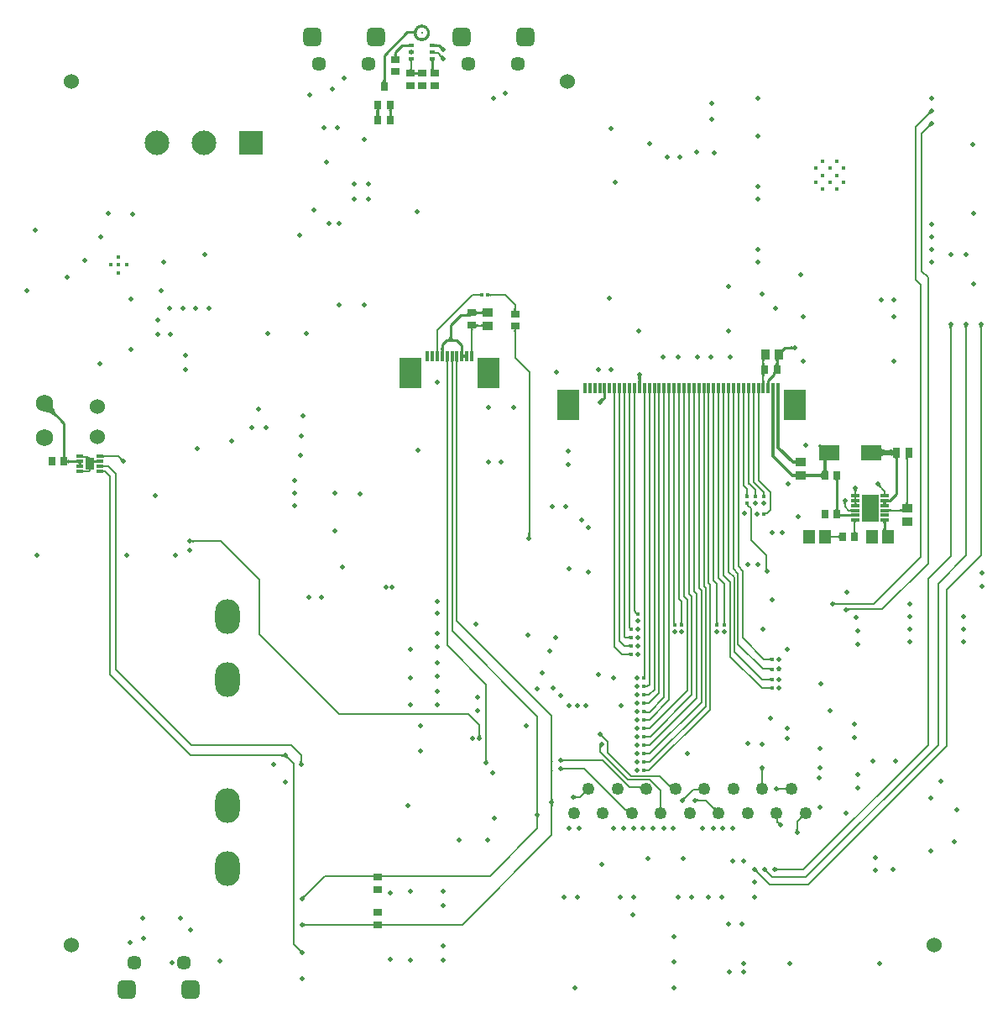
<source format=gbl>
G04*
G04 #@! TF.GenerationSoftware,Altium Limited,Altium Designer,20.2.5 (213)*
G04*
G04 Layer_Physical_Order=8*
G04 Layer_Color=16711680*
%FSLAX25Y25*%
%MOIN*%
G70*
G04*
G04 #@! TF.SameCoordinates,0EDA941F-9717-4D80-9818-445CF3A130AC*
G04*
G04*
G04 #@! TF.FilePolarity,Positive*
G04*
G01*
G75*
%ADD10C,0.00984*%
%ADD18C,0.01000*%
%ADD25R,0.03937X0.03543*%
%ADD30R,0.03543X0.03937*%
%ADD60R,0.02362X0.01575*%
%ADD80C,0.01968*%
%ADD87R,0.03347X0.02953*%
%ADD88R,0.02756X0.03543*%
%ADD89R,0.03543X0.03150*%
%ADD94R,0.03150X0.03543*%
%ADD99R,0.01378X0.01732*%
%ADD100R,0.02953X0.03347*%
%ADD104C,0.04921*%
%ADD105R,0.01732X0.01378*%
%ADD134R,0.05118X0.05512*%
%ADD137C,0.00800*%
%ADD138C,0.02000*%
%ADD140C,0.00600*%
G04:AMPARAMS|DCode=143|XSize=70.87mil|YSize=74.8mil|CornerRadius=17.72mil|HoleSize=0mil|Usage=FLASHONLY|Rotation=180.000|XOffset=0mil|YOffset=0mil|HoleType=Round|Shape=RoundedRectangle|*
%AMROUNDEDRECTD143*
21,1,0.07087,0.03937,0,0,180.0*
21,1,0.03543,0.07480,0,0,180.0*
1,1,0.03543,-0.01772,0.01968*
1,1,0.03543,0.01772,0.01968*
1,1,0.03543,0.01772,-0.01968*
1,1,0.03543,-0.01772,-0.01968*
%
%ADD143ROUNDEDRECTD143*%
%ADD144C,0.05709*%
%ADD145C,0.01575*%
%ADD146O,0.09843X0.13780*%
%ADD147C,0.06890*%
%ADD148R,0.09744X0.09744*%
%ADD149C,0.09744*%
%ADD150C,0.06000*%
%ADD151R,0.01181X0.04331*%
%ADD152R,0.09055X0.12205*%
%ADD153R,0.08346X0.05906*%
%ADD154R,0.03150X0.03937*%
%ADD155R,0.06693X0.10630*%
G04:AMPARAMS|DCode=156|XSize=34.65mil|YSize=10.63mil|CornerRadius=1.33mil|HoleSize=0mil|Usage=FLASHONLY|Rotation=0.000|XOffset=0mil|YOffset=0mil|HoleType=Round|Shape=RoundedRectangle|*
%AMROUNDEDRECTD156*
21,1,0.03465,0.00797,0,0,0.0*
21,1,0.03199,0.01063,0,0,0.0*
1,1,0.00266,0.01599,-0.00399*
1,1,0.00266,-0.01599,-0.00399*
1,1,0.00266,-0.01599,0.00399*
1,1,0.00266,0.01599,0.00399*
%
%ADD156ROUNDEDRECTD156*%
G04:AMPARAMS|DCode=157|XSize=29.92mil|YSize=10.63mil|CornerRadius=1.33mil|HoleSize=0mil|Usage=FLASHONLY|Rotation=0.000|XOffset=0mil|YOffset=0mil|HoleType=Round|Shape=RoundedRectangle|*
%AMROUNDEDRECTD157*
21,1,0.02992,0.00797,0,0,0.0*
21,1,0.02726,0.01063,0,0,0.0*
1,1,0.00266,0.01363,-0.00399*
1,1,0.00266,-0.01363,-0.00399*
1,1,0.00266,-0.01363,0.00399*
1,1,0.00266,0.01363,0.00399*
%
%ADD157ROUNDEDRECTD157*%
%ADD158R,0.03543X0.05118*%
%ADD159R,0.00394X0.00394*%
%ADD160C,0.01175*%
G36*
X909179Y917244D02*
X909348Y917230D01*
X909516Y917208D01*
X909683Y917177D01*
X909848Y917138D01*
X910011Y917090D01*
X910170Y917033D01*
X910327Y916968D01*
X910480Y916895D01*
X910629Y916814D01*
X910773Y916726D01*
X910913Y916630D01*
X911048Y916526D01*
X911177Y916416D01*
X911300Y916300D01*
X911416Y916177D01*
X911526Y916048D01*
X911630Y915913D01*
X911726Y915773D01*
X911814Y915629D01*
X911895Y915480D01*
X911968Y915327D01*
X912033Y915170D01*
X912090Y915011D01*
X912138Y914848D01*
X912177Y914683D01*
X912208Y914516D01*
X912230Y914348D01*
X912244Y914179D01*
X912248Y914020D01*
X911067D01*
X911064Y914118D01*
X911056Y914225D01*
X911042Y914332D01*
X911022Y914437D01*
X910997Y914542D01*
X910966Y914645D01*
X910930Y914747D01*
X910889Y914847D01*
X910843Y914944D01*
X910791Y915038D01*
X910735Y915130D01*
X910674Y915219D01*
X910608Y915304D01*
X910539Y915386D01*
X910464Y915464D01*
X910386Y915539D01*
X910304Y915609D01*
X910219Y915674D01*
X910130Y915735D01*
X910038Y915791D01*
X909944Y915843D01*
X909846Y915889D01*
X909747Y915930D01*
X909645Y915966D01*
X909542Y915997D01*
X909437Y916022D01*
X909332Y916042D01*
X909225Y916056D01*
X909118Y916064D01*
X909000Y916067D01*
X908892Y916064D01*
X908784Y916056D01*
X908677Y916041D01*
X908570Y916022D01*
X908465Y915996D01*
X908361Y915966D01*
X908259Y915930D01*
X908159Y915888D01*
X908062Y915842D01*
X907967Y915790D01*
X907874Y915734D01*
X907785Y915672D01*
X907699Y915606D01*
X907617Y915536D01*
X907539Y915462D01*
X907464Y915383D01*
X907394Y915301D01*
X907328Y915215D01*
X907267Y915126D01*
X907210Y915034D01*
X907158Y914938D01*
X907112Y914841D01*
X907070Y914741D01*
X907034Y914639D01*
X907003Y914535D01*
X906978Y914430D01*
X906958Y914323D01*
X906944Y914216D01*
X906936Y914108D01*
X906933Y914000D01*
X906936Y913892D01*
X906944Y913784D01*
X906958Y913677D01*
X906978Y913570D01*
X907003Y913465D01*
X907034Y913361D01*
X907070Y913259D01*
X907112Y913159D01*
X907158Y913062D01*
X907210Y912967D01*
X907267Y912874D01*
X907328Y912785D01*
X907394Y912699D01*
X907464Y912617D01*
X907539Y912539D01*
X907617Y912464D01*
X907699Y912394D01*
X907785Y912328D01*
X907874Y912267D01*
X907967Y912210D01*
X908062Y912158D01*
X908159Y912112D01*
X908259Y912070D01*
X908361Y912034D01*
X908465Y912004D01*
X908570Y911978D01*
X908677Y911959D01*
X908784Y911944D01*
X908892Y911936D01*
X909000Y911933D01*
X909118Y911936D01*
X909225Y911944D01*
X909332Y911958D01*
X909437Y911978D01*
X909542Y912003D01*
X909645Y912034D01*
X909747Y912070D01*
X909846Y912111D01*
X909944Y912157D01*
X910038Y912209D01*
X910130Y912265D01*
X910219Y912326D01*
X910304Y912391D01*
X910386Y912461D01*
X910464Y912536D01*
X910539Y912614D01*
X910608Y912696D01*
X910674Y912781D01*
X910735Y912870D01*
X910791Y912962D01*
X910843Y913056D01*
X910889Y913153D01*
X910930Y913253D01*
X910966Y913354D01*
X910997Y913458D01*
X911022Y913562D01*
X911042Y913668D01*
X911056Y913775D01*
X911064Y913883D01*
X911067Y913980D01*
X912248D01*
X912244Y913821D01*
X912230Y913652D01*
X912208Y913484D01*
X912177Y913317D01*
X912138Y913152D01*
X912090Y912990D01*
X912033Y912830D01*
X911968Y912673D01*
X911895Y912520D01*
X911814Y912371D01*
X911726Y912226D01*
X911630Y912087D01*
X911526Y911952D01*
X911416Y911823D01*
X911300Y911700D01*
X911177Y911584D01*
X911048Y911474D01*
X910913Y911370D01*
X910773Y911274D01*
X910629Y911186D01*
X910480Y911105D01*
X910327Y911032D01*
X910170Y910967D01*
X910011Y910910D01*
X909848Y910862D01*
X909683Y910823D01*
X909516Y910792D01*
X909348Y910770D01*
X909179Y910756D01*
X909000Y910752D01*
X908830Y910756D01*
X908661Y910770D01*
X908492Y910792D01*
X908325Y910823D01*
X908159Y910863D01*
X907996Y910911D01*
X907836Y910968D01*
X907679Y911033D01*
X907525Y911106D01*
X907376Y911187D01*
X907231Y911276D01*
X907091Y911372D01*
X906956Y911476D01*
X906827Y911586D01*
X906703Y911703D01*
X906586Y911827D01*
X906476Y911956D01*
X906372Y912091D01*
X906276Y912231D01*
X906187Y912376D01*
X906106Y912525D01*
X906033Y912679D01*
X905968Y912836D01*
X905911Y912996D01*
X905863Y913159D01*
X905823Y913325D01*
X905792Y913492D01*
X905770Y913661D01*
X905756Y913830D01*
X905752Y914000D01*
X905756Y914170D01*
X905770Y914340D01*
X905792Y914508D01*
X905823Y914675D01*
X905863Y914841D01*
X905911Y915004D01*
X905968Y915164D01*
X906033Y915321D01*
X906106Y915475D01*
X906187Y915624D01*
X906276Y915769D01*
X906372Y915909D01*
X906476Y916044D01*
X906586Y916173D01*
X906703Y916297D01*
X906827Y916414D01*
X906956Y916524D01*
X907091Y916628D01*
X907231Y916724D01*
X907376Y916813D01*
X907525Y916894D01*
X907679Y916967D01*
X907836Y917032D01*
X907996Y917089D01*
X908159Y917137D01*
X908325Y917177D01*
X908492Y917208D01*
X908661Y917230D01*
X908830Y917244D01*
X909000Y917248D01*
X909179Y917244D01*
D02*
G37*
G36*
X914411Y909684D02*
X914441Y909637D01*
X914491Y909596D01*
X914561Y909560D01*
X914651Y909529D01*
X914761Y909505D01*
X914891Y909485D01*
X915041Y909472D01*
X915401Y909461D01*
Y908461D01*
X915211Y908458D01*
X914891Y908436D01*
X914761Y908417D01*
X914651Y908392D01*
X914561Y908362D01*
X914491Y908326D01*
X914441Y908284D01*
X914411Y908238D01*
X914401Y908185D01*
Y909736D01*
X914411Y909684D01*
D02*
G37*
G36*
X903599Y908185D02*
X903589Y908238D01*
X903559Y908284D01*
X903509Y908326D01*
X903439Y908362D01*
X903349Y908392D01*
X903239Y908417D01*
X903109Y908436D01*
X902959Y908450D01*
X902599Y908461D01*
Y909461D01*
X902789Y909463D01*
X903109Y909485D01*
X903239Y909505D01*
X903349Y909529D01*
X903439Y909560D01*
X903509Y909596D01*
X903559Y909637D01*
X903589Y909684D01*
X903599Y909736D01*
Y908185D01*
D02*
G37*
G36*
X916479Y909105D02*
X916995Y908659D01*
X917097Y908590D01*
X917188Y908537D01*
X917268Y908501D01*
X917337Y908481D01*
X917396Y908479D01*
X916518Y907426D01*
X916507Y907480D01*
X916480Y907545D01*
X916436Y907622D01*
X916377Y907710D01*
X916302Y907809D01*
X916105Y908042D01*
X915691Y908476D01*
X916323Y909258D01*
X916479Y909105D01*
D02*
G37*
G36*
X914398Y906738D02*
X914423Y906670D01*
X914464Y906610D01*
X914521Y906558D01*
X914594Y906514D01*
X914684Y906478D01*
X914789Y906450D01*
X914910Y906430D01*
X915048Y906418D01*
X915201Y906414D01*
Y905614D01*
X914401Y905626D01*
X914389Y906814D01*
X914398Y906738D01*
D02*
G37*
G36*
X899005Y905833D02*
X899020Y905663D01*
X899045Y905513D01*
X899080Y905383D01*
X899125Y905273D01*
X899180Y905183D01*
X899245Y905113D01*
X899320Y905063D01*
X899405Y905033D01*
X899500Y905023D01*
X899018D01*
X899047Y904588D01*
X899068Y904465D01*
X899093Y904361D01*
X899121Y904276D01*
X899153Y904210D01*
X899189Y904163D01*
X897811D01*
X897847Y904210D01*
X897879Y904276D01*
X897907Y904361D01*
X897932Y904465D01*
X897953Y904588D01*
X897983Y904891D01*
X897988Y905023D01*
X897500D01*
X897595Y905033D01*
X897680Y905063D01*
X897755Y905113D01*
X897820Y905183D01*
X897875Y905273D01*
X897920Y905383D01*
X897955Y905513D01*
X897980Y905663D01*
X897995Y905833D01*
X898000Y906023D01*
X899000D01*
X899005Y905833D01*
D02*
G37*
G36*
X916463Y905449D02*
X916872Y905102D01*
X916993Y905017D01*
X917107Y904948D01*
X917214Y904894D01*
X917313Y904856D01*
X917406Y904834D01*
X917490Y904827D01*
X916516Y903852D01*
X916509Y903937D01*
X916486Y904029D01*
X916448Y904128D01*
X916395Y904235D01*
X916325Y904349D01*
X916241Y904471D01*
X916024Y904736D01*
X915893Y904880D01*
X915746Y905031D01*
X916312Y905596D01*
X916463Y905449D01*
D02*
G37*
G36*
X905492Y903059D02*
X905424Y903035D01*
X905364Y902995D01*
X905312Y902939D01*
X905268Y902867D01*
X905232Y902779D01*
X905204Y902675D01*
X905184Y902555D01*
X905172Y902419D01*
X905168Y902267D01*
X904368D01*
X904364Y902419D01*
X904352Y902555D01*
X904332Y902675D01*
X904304Y902779D01*
X904268Y902867D01*
X904224Y902939D01*
X904172Y902995D01*
X904112Y903035D01*
X904044Y903059D01*
X903968Y903067D01*
X905568D01*
X905492Y903059D01*
D02*
G37*
G36*
X914137Y903057D02*
X914052Y903027D01*
X913977Y902977D01*
X913912Y902907D01*
X913857Y902817D01*
X913812Y902707D01*
X913777Y902577D01*
X913752Y902427D01*
X913737Y902257D01*
X913732Y902067D01*
X912732D01*
X912727Y902257D01*
X912712Y902427D01*
X912687Y902577D01*
X912652Y902707D01*
X912607Y902817D01*
X912552Y902907D01*
X912487Y902977D01*
X912412Y903027D01*
X912327Y903057D01*
X912232Y903067D01*
X914232D01*
X914137Y903057D01*
D02*
G37*
G36*
X913737Y900135D02*
X913752Y899963D01*
X913777Y899812D01*
X913812Y899680D01*
X913857Y899569D01*
X913912Y899478D01*
X913977Y899407D01*
X914052Y899356D01*
X914137Y899325D01*
X914232Y899315D01*
X913820Y899317D01*
X913883Y898839D01*
X913047Y898107D01*
X912800Y899324D01*
X912339Y899327D01*
X912414Y899337D01*
X912480Y899367D01*
X912539Y899417D01*
X912591Y899487D01*
X912634Y899577D01*
X912669Y899687D01*
X912697Y899817D01*
X912716Y899967D01*
X912728Y900137D01*
X912732Y900327D01*
X913732D01*
X913737Y900135D01*
D02*
G37*
G36*
X905172Y899972D02*
X905184Y899834D01*
X905204Y899712D01*
X905232Y899607D01*
X905268Y899518D01*
X905312Y899444D01*
X905364Y899388D01*
X905424Y899347D01*
X905492Y899323D01*
X905568Y899315D01*
X903968D01*
X904044Y899323D01*
X904112Y899347D01*
X904172Y899388D01*
X904224Y899444D01*
X904268Y899518D01*
X904304Y899607D01*
X904332Y899712D01*
X904352Y899834D01*
X904364Y899972D01*
X904368Y900127D01*
X905168D01*
X905172Y899972D01*
D02*
G37*
G36*
X907629Y897062D02*
X907621Y897138D01*
X907597Y897206D01*
X907556Y897266D01*
X907499Y897318D01*
X907426Y897362D01*
X907337Y897398D01*
X907231Y897426D01*
X907109Y897446D01*
X906971Y897458D01*
X906889Y897460D01*
X906807Y897458D01*
X906669Y897446D01*
X906547Y897426D01*
X906441Y897398D01*
X906352Y897362D01*
X906279Y897318D01*
X906222Y897266D01*
X906182Y897206D01*
X906157Y897138D01*
X906149Y897062D01*
Y898662D01*
X906157Y898586D01*
X906182Y898518D01*
X906222Y898458D01*
X906279Y898406D01*
X906352Y898362D01*
X906441Y898326D01*
X906547Y898298D01*
X906669Y898278D01*
X906807Y898266D01*
X906889Y898264D01*
X906971Y898266D01*
X907109Y898278D01*
X907231Y898298D01*
X907337Y898326D01*
X907426Y898362D01*
X907499Y898406D01*
X907556Y898458D01*
X907597Y898518D01*
X907621Y898586D01*
X907629Y898662D01*
Y897062D01*
D02*
G37*
G36*
X894505Y895308D02*
X894520Y895135D01*
X894545Y894984D01*
X894580Y894852D01*
X894625Y894741D01*
X894680Y894650D01*
X894745Y894579D01*
X894820Y894528D01*
X894905Y894498D01*
X895000Y894488D01*
X893000D01*
X893095Y894498D01*
X893180Y894528D01*
X893255Y894579D01*
X893320Y894650D01*
X893375Y894741D01*
X893420Y894852D01*
X893455Y894984D01*
X893480Y895135D01*
X893495Y895308D01*
X893500Y895500D01*
X894500D01*
X894505Y895308D01*
D02*
G37*
G36*
X897464Y883490D02*
X897379Y883460D01*
X897304Y883410D01*
X897239Y883340D01*
X897184Y883250D01*
X897139Y883140D01*
X897104Y883010D01*
X897079Y882860D01*
X897064Y882690D01*
X897059Y882500D01*
X896059D01*
X896054Y882690D01*
X896039Y882860D01*
X896014Y883010D01*
X895979Y883140D01*
X895934Y883250D01*
X895879Y883340D01*
X895814Y883410D01*
X895739Y883460D01*
X895654Y883490D01*
X895559Y883500D01*
X897559D01*
X897464Y883490D01*
D02*
G37*
G36*
X892346D02*
X892261Y883460D01*
X892186Y883410D01*
X892121Y883340D01*
X892066Y883250D01*
X892021Y883140D01*
X891986Y883010D01*
X891961Y882860D01*
X891946Y882690D01*
X891941Y882500D01*
X890941D01*
X890936Y882690D01*
X890921Y882860D01*
X890896Y883010D01*
X890861Y883140D01*
X890816Y883250D01*
X890761Y883340D01*
X890696Y883410D01*
X890621Y883460D01*
X890536Y883490D01*
X890441Y883500D01*
X892441D01*
X892346Y883490D01*
D02*
G37*
G36*
X1111333Y881921D02*
X1111222Y881915D01*
X1111107Y881894D01*
X1110989Y881858D01*
X1110867Y881808D01*
X1110741Y881742D01*
X1110612Y881663D01*
X1110479Y881568D01*
X1110342Y881458D01*
X1110057Y881195D01*
X1109632Y881620D01*
X1109771Y881764D01*
X1110005Y882042D01*
X1110100Y882175D01*
X1110180Y882304D01*
X1110245Y882430D01*
X1110295Y882552D01*
X1110331Y882670D01*
X1110352Y882785D01*
X1110358Y882896D01*
X1111333Y881921D01*
D02*
G37*
G36*
X891946Y882067D02*
X891961Y881895D01*
X891986Y881744D01*
X892021Y881612D01*
X892066Y881501D01*
X892121Y881410D01*
X892186Y881339D01*
X892261Y881288D01*
X892346Y881258D01*
X892441Y881248D01*
X891944D01*
X892002Y880455D01*
X892024Y880351D01*
X892050Y880265D01*
X892078Y880199D01*
X892111Y880152D01*
X890735Y880239D01*
X890775Y880284D01*
X890809Y880349D01*
X890840Y880432D01*
X890867Y880535D01*
X890890Y880657D01*
X890908Y880799D01*
X890933Y881139D01*
X890935Y881248D01*
X890441D01*
X890536Y881258D01*
X890621Y881288D01*
X890696Y881339D01*
X890761Y881410D01*
X890816Y881501D01*
X890861Y881612D01*
X890896Y881744D01*
X890921Y881895D01*
X890936Y882067D01*
X890941Y882260D01*
X891941D01*
X891946Y882067D01*
D02*
G37*
G36*
X897064D02*
X897079Y881895D01*
X897104Y881744D01*
X897139Y881612D01*
X897184Y881501D01*
X897239Y881410D01*
X897304Y881339D01*
X897379Y881288D01*
X897464Y881258D01*
X897559Y881248D01*
X897061D01*
X897061Y881243D01*
X897116Y880434D01*
X897136Y880330D01*
X897160Y880244D01*
X897186Y880178D01*
X897216Y880130D01*
X895845Y880268D01*
X895886Y880312D01*
X895922Y880375D01*
X895954Y880458D01*
X895982Y880560D01*
X896006Y880682D01*
X896025Y880822D01*
X896050Y881162D01*
X896052Y881248D01*
X895559D01*
X895654Y881258D01*
X895739Y881288D01*
X895814Y881339D01*
X895879Y881410D01*
X895934Y881501D01*
X895979Y881612D01*
X896014Y881744D01*
X896039Y881895D01*
X896054Y882067D01*
X896059Y882260D01*
X897059D01*
X897064Y882067D01*
D02*
G37*
G36*
X1111333Y876921D02*
X1111222Y876915D01*
X1111107Y876894D01*
X1110989Y876858D01*
X1110867Y876808D01*
X1110741Y876742D01*
X1110612Y876663D01*
X1110479Y876568D01*
X1110342Y876458D01*
X1110057Y876195D01*
X1109632Y876620D01*
X1109771Y876764D01*
X1110005Y877042D01*
X1110100Y877175D01*
X1110180Y877304D01*
X1110245Y877430D01*
X1110295Y877552D01*
X1110331Y877670D01*
X1110352Y877785D01*
X1110358Y877896D01*
X1111333Y876921D01*
D02*
G37*
G36*
X931866Y809400D02*
X931860Y809457D01*
X931842Y809508D01*
X931812Y809553D01*
X931770Y809592D01*
X931716Y809625D01*
X931650Y809652D01*
X931572Y809673D01*
X931482Y809688D01*
X931380Y809697D01*
X931266Y809700D01*
Y810300D01*
X931380Y810303D01*
X931482Y810312D01*
X931572Y810327D01*
X931650Y810348D01*
X931716Y810375D01*
X931770Y810408D01*
X931812Y810447D01*
X931842Y810492D01*
X931860Y810543D01*
X931866Y810600D01*
Y809400D01*
D02*
G37*
G36*
X936142Y810624D02*
X936166Y810577D01*
X936206Y810536D01*
X936262Y810500D01*
X936334Y810469D01*
X936422Y810444D01*
X936526Y810425D01*
X936646Y810411D01*
X936782Y810403D01*
X936934Y810400D01*
Y809600D01*
X936782Y809597D01*
X936526Y809575D01*
X936422Y809556D01*
X936334Y809531D01*
X936262Y809500D01*
X936206Y809464D01*
X936166Y809423D01*
X936142Y809376D01*
X936134Y809323D01*
Y810677D01*
X936142Y810624D01*
D02*
G37*
G36*
X946404Y804472D02*
X946416Y804334D01*
X946436Y804212D01*
X946464Y804107D01*
X946500Y804018D01*
X946544Y803944D01*
X946596Y803888D01*
X946656Y803847D01*
X946724Y803823D01*
X946800Y803815D01*
X945200D01*
X945276Y803823D01*
X945344Y803847D01*
X945404Y803888D01*
X945456Y803944D01*
X945500Y804018D01*
X945536Y804107D01*
X945564Y804212D01*
X945584Y804334D01*
X945596Y804472D01*
X945600Y804627D01*
X946400D01*
X946404Y804472D01*
D02*
G37*
G36*
X933185Y803463D02*
X933231Y803463D01*
X933767Y803498D01*
X933906Y803518D01*
X934025Y803544D01*
X934124Y803574D01*
X934204Y803609D01*
X934264Y803648D01*
X934303Y803692D01*
X934579Y802342D01*
X934534Y802364D01*
X934470Y802385D01*
X934386Y802402D01*
X934283Y802418D01*
X934017Y802442D01*
X933474Y802459D01*
X933254Y802461D01*
X933185Y802744D01*
Y801961D01*
X933175Y802056D01*
X933145Y802141D01*
X933094Y802216D01*
X933023Y802281D01*
X932932Y802336D01*
X932821Y802381D01*
X932690Y802416D01*
X932538Y802441D01*
X932366Y802456D01*
X932173Y802461D01*
Y803461D01*
X932366Y803466D01*
X932538Y803481D01*
X932690Y803506D01*
X932821Y803541D01*
X932932Y803586D01*
X933023Y803641D01*
X933094Y803706D01*
X933145Y803781D01*
X933175Y803866D01*
X933185Y803961D01*
Y803463D01*
D02*
G37*
G36*
X930616Y803866D02*
X930646Y803781D01*
X930697Y803706D01*
X930768Y803641D01*
X930859Y803586D01*
X930970Y803541D01*
X931102Y803506D01*
X931254Y803481D01*
X931426Y803466D01*
X931618Y803461D01*
Y802461D01*
X931426Y802456D01*
X931254Y802441D01*
X931102Y802416D01*
X930970Y802381D01*
X930859Y802336D01*
X930768Y802281D01*
X930697Y802216D01*
X930646Y802141D01*
X930616Y802056D01*
X930606Y801961D01*
Y803961D01*
X930616Y803866D01*
D02*
G37*
G36*
X927099Y801398D02*
X926099Y801386D01*
Y802386D01*
X926290Y802391D01*
X926462Y802406D01*
X926613Y802431D01*
X926744Y802466D01*
X926856Y802511D01*
X926947Y802566D01*
X927018Y802631D01*
X927069Y802706D01*
X927100Y802791D01*
X927111Y802886D01*
X927099Y801398D01*
D02*
G37*
G36*
X933185Y798244D02*
X933260Y798245D01*
X933795Y798289D01*
X933941Y798315D01*
X934071Y798347D01*
X934184Y798384D01*
X934281Y798427D01*
X934362Y798477D01*
X934427Y798531D01*
Y797154D01*
X934362Y797208D01*
X934281Y797258D01*
X934184Y797301D01*
X934071Y797338D01*
X933941Y797370D01*
X933795Y797396D01*
X933455Y797431D01*
X933260Y797440D01*
X933185Y797441D01*
Y797043D01*
X933177Y797119D01*
X933153Y797187D01*
X933112Y797247D01*
X933055Y797298D01*
X932982Y797342D01*
X932893Y797378D01*
X932788Y797406D01*
X932666Y797427D01*
X932528Y797438D01*
X932373Y797442D01*
Y798243D01*
X932528Y798246D01*
X932666Y798258D01*
X932788Y798279D01*
X932893Y798307D01*
X932982Y798343D01*
X933055Y798386D01*
X933112Y798439D01*
X933153Y798498D01*
X933177Y798566D01*
X933185Y798642D01*
Y798244D01*
D02*
G37*
G36*
X930614Y798566D02*
X930638Y798498D01*
X930679Y798439D01*
X930736Y798386D01*
X930809Y798343D01*
X930898Y798307D01*
X931004Y798279D01*
X931126Y798258D01*
X931264Y798246D01*
X931418Y798243D01*
Y797442D01*
X931264Y797438D01*
X931126Y797427D01*
X931004Y797406D01*
X930898Y797378D01*
X930809Y797342D01*
X930736Y797298D01*
X930679Y797247D01*
X930638Y797187D01*
X930614Y797119D01*
X930606Y797043D01*
Y798642D01*
X930614Y798566D01*
D02*
G37*
G36*
X1131740Y797482D02*
X1131674Y797386D01*
X1131616Y797277D01*
X1131565Y797155D01*
X1131522Y797020D01*
X1131487Y796872D01*
X1131460Y796711D01*
X1131441Y796537D01*
X1131425Y796149D01*
X1130825D01*
X1130821Y796349D01*
X1130790Y796711D01*
X1130763Y796872D01*
X1130728Y797020D01*
X1130685Y797155D01*
X1130634Y797277D01*
X1130576Y797386D01*
X1130510Y797482D01*
X1130436Y797565D01*
X1131814D01*
X1131740Y797482D01*
D02*
G37*
G36*
X1125678D02*
X1125611Y797386D01*
X1125553Y797277D01*
X1125502Y797155D01*
X1125460Y797020D01*
X1125425Y796872D01*
X1125397Y796711D01*
X1125378Y796537D01*
X1125362Y796149D01*
X1124763D01*
X1124759Y796349D01*
X1124728Y796711D01*
X1124700Y796872D01*
X1124665Y797020D01*
X1124623Y797155D01*
X1124572Y797277D01*
X1124514Y797386D01*
X1124447Y797482D01*
X1124374Y797565D01*
X1125751D01*
X1125678Y797482D01*
D02*
G37*
G36*
X1119615D02*
X1119549Y797386D01*
X1119491Y797277D01*
X1119440Y797155D01*
X1119397Y797020D01*
X1119362Y796872D01*
X1119335Y796711D01*
X1119316Y796537D01*
X1119300Y796149D01*
X1118700D01*
X1118696Y796349D01*
X1118665Y796711D01*
X1118638Y796872D01*
X1118603Y797020D01*
X1118560Y797155D01*
X1118509Y797277D01*
X1118451Y797386D01*
X1118385Y797482D01*
X1118311Y797565D01*
X1119689D01*
X1119615Y797482D01*
D02*
G37*
G36*
X929582Y796469D02*
X929514Y796445D01*
X929454Y796405D01*
X929402Y796349D01*
X929358Y796277D01*
X929322Y796189D01*
X929294Y796085D01*
X929274Y795965D01*
X929262Y795829D01*
X929258Y795677D01*
X928458D01*
X928454Y795829D01*
X928442Y795965D01*
X928422Y796085D01*
X928394Y796189D01*
X928358Y796277D01*
X928314Y796349D01*
X928262Y796405D01*
X928202Y796445D01*
X928134Y796469D01*
X928058Y796477D01*
X929658D01*
X929582Y796469D01*
D02*
G37*
G36*
X946724Y796165D02*
X946656Y796141D01*
X946596Y796101D01*
X946544Y796045D01*
X946500Y795973D01*
X946464Y795885D01*
X946436Y795781D01*
X946416Y795661D01*
X946404Y795525D01*
X946400Y795373D01*
X945600D01*
X945596Y795525D01*
X945584Y795661D01*
X945564Y795781D01*
X945536Y795885D01*
X945500Y795973D01*
X945456Y796045D01*
X945404Y796101D01*
X945344Y796141D01*
X945276Y796165D01*
X945200Y796173D01*
X946800D01*
X946724Y796165D01*
D02*
G37*
G36*
X921010Y793569D02*
X921040Y793314D01*
X921090Y793089D01*
X921160Y792894D01*
X921250Y792729D01*
X921360Y792594D01*
X921490Y792489D01*
X921640Y792414D01*
X921810Y792369D01*
X922000Y792354D01*
X920500Y791354D01*
X919000Y792354D01*
X919190Y792369D01*
X919360Y792414D01*
X919510Y792489D01*
X919640Y792594D01*
X919750Y792729D01*
X919840Y792894D01*
X919910Y793089D01*
X919960Y793314D01*
X919990Y793569D01*
X920000Y793854D01*
X921000D01*
X921010Y793569D01*
D02*
G37*
G36*
X1053478Y788613D02*
X1053222Y788350D01*
X1052653Y787675D01*
X1052530Y787489D01*
X1052441Y787322D01*
X1052385Y787174D01*
X1052362Y787045D01*
X1052373Y786936D01*
X1052417Y786845D01*
X1051200Y788456D01*
X1051269Y788391D01*
X1051354Y788356D01*
X1051455Y788351D01*
X1051572Y788376D01*
X1051705Y788432D01*
X1051855Y788518D01*
X1052021Y788634D01*
X1052202Y788780D01*
X1052614Y789164D01*
X1053478Y788613D01*
D02*
G37*
G36*
X1056297Y788311D02*
X1056250Y788347D01*
X1056185Y788379D01*
X1056100Y788407D01*
X1055996Y788432D01*
X1055873Y788453D01*
X1055570Y788483D01*
X1055190Y788498D01*
X1054971Y788500D01*
Y789500D01*
X1055190Y789502D01*
X1055873Y789547D01*
X1055996Y789568D01*
X1056100Y789593D01*
X1056185Y789621D01*
X1056250Y789653D01*
X1056297Y789689D01*
Y788311D01*
D02*
G37*
G36*
X929260Y788553D02*
X929287Y788193D01*
X929303Y788105D01*
X929323Y788033D01*
X929346Y787977D01*
X929373Y787937D01*
X929403Y787913D01*
X929437Y787905D01*
X928280D01*
X928314Y787913D01*
X928344Y787937D01*
X928371Y787977D01*
X928394Y788033D01*
X928414Y788105D01*
X928430Y788193D01*
X928442Y788297D01*
X928456Y788553D01*
X928458Y788705D01*
X929258D01*
X929260Y788553D01*
D02*
G37*
G36*
X925422Y788715D02*
X925471Y787945D01*
X925485Y787915D01*
X925500Y787905D01*
X924343D01*
X924358Y787915D01*
X924371Y787945D01*
X924383Y787995D01*
X924393Y788065D01*
X924409Y788265D01*
X924421Y788905D01*
X925421D01*
X925422Y788715D01*
D02*
G37*
G36*
X917548D02*
X917597Y787945D01*
X917611Y787915D01*
X917626Y787905D01*
X916469D01*
X916484Y787915D01*
X916497Y787945D01*
X916509Y787995D01*
X916519Y788065D01*
X916535Y788265D01*
X916547Y788905D01*
X917547D01*
X917548Y788715D01*
D02*
G37*
G36*
X915382Y788391D02*
X915390Y788289D01*
X915404Y788199D01*
X915423Y788121D01*
X915448Y788055D01*
X915479Y788001D01*
X915515Y787959D01*
X915557Y787929D01*
X915604Y787911D01*
X915657Y787905D01*
X914500D01*
X914553Y787911D01*
X914600Y787929D01*
X914642Y787959D01*
X914678Y788001D01*
X914709Y788055D01*
X914734Y788121D01*
X914754Y788199D01*
X914768Y788289D01*
X914776Y788391D01*
X914779Y788505D01*
X915379D01*
X915382Y788391D01*
D02*
G37*
G36*
X926323Y786257D02*
X926500Y786252D01*
Y785252D01*
X926323Y785247D01*
Y784752D01*
X926313Y784847D01*
X926283Y784932D01*
X926232Y785007D01*
X926161Y785072D01*
X926070Y785127D01*
X925959Y785172D01*
X925909Y785185D01*
X925860Y785172D01*
X925750Y785127D01*
X925660Y785072D01*
X925590Y785007D01*
X925540Y784932D01*
X925510Y784847D01*
X925500Y784752D01*
Y785247D01*
X925311Y785252D01*
Y786252D01*
X925500Y786257D01*
Y786752D01*
X925510Y786657D01*
X925540Y786572D01*
X925590Y786497D01*
X925660Y786432D01*
X925750Y786377D01*
X925860Y786332D01*
X925909Y786319D01*
X925959Y786332D01*
X926070Y786377D01*
X926161Y786432D01*
X926232Y786497D01*
X926283Y786572D01*
X926313Y786657D01*
X926323Y786752D01*
Y786257D01*
D02*
G37*
G36*
X1045366Y785586D02*
X1045301Y785549D01*
X1045242Y785492D01*
X1045191Y785416D01*
X1045146Y785320D01*
X1045108Y785205D01*
X1045077Y785070D01*
X1045053Y784915D01*
X1045036Y784741D01*
X1045030Y784555D01*
X1045422D01*
X1045346Y784547D01*
X1045278Y784523D01*
X1045218Y784482D01*
X1045166Y784426D01*
X1045122Y784352D01*
X1045086Y784263D01*
X1045058Y784158D01*
X1045038Y784036D01*
X1045026Y783898D01*
X1045022Y783743D01*
X1044222D01*
X1044218Y783898D01*
X1044206Y784036D01*
X1044186Y784158D01*
X1044158Y784263D01*
X1044122Y784352D01*
X1044078Y784426D01*
X1044026Y784482D01*
X1043966Y784523D01*
X1043898Y784547D01*
X1043822Y784555D01*
X1044559D01*
X1044222Y784716D01*
X1044221Y784936D01*
X1044164Y785930D01*
X1044149Y785993D01*
X1044132Y786037D01*
X1045366Y785586D01*
D02*
G37*
G36*
X1050893Y784545D02*
X1050808Y784515D01*
X1050733Y784464D01*
X1050668Y784394D01*
X1050613Y784303D01*
X1050568Y784191D01*
X1050533Y784060D01*
X1050508Y783908D01*
X1050493Y783736D01*
X1050488Y783543D01*
X1049488D01*
X1049483Y783736D01*
X1049468Y783908D01*
X1049443Y784060D01*
X1049408Y784191D01*
X1049363Y784303D01*
X1049308Y784394D01*
X1049243Y784464D01*
X1049168Y784515D01*
X1049083Y784545D01*
X1048988Y784555D01*
X1050988D01*
X1050893Y784545D01*
D02*
G37*
G36*
X923478Y783593D02*
X923431Y783575D01*
X923389Y783545D01*
X923353Y783503D01*
X923322Y783449D01*
X923297Y783383D01*
X923278Y783305D01*
X923264Y783215D01*
X923256Y783113D01*
X923253Y782999D01*
X922653D01*
X922650Y783113D01*
X922642Y783215D01*
X922628Y783305D01*
X922608Y783383D01*
X922583Y783449D01*
X922552Y783503D01*
X922516Y783545D01*
X922474Y783575D01*
X922427Y783593D01*
X922374Y783599D01*
X923531D01*
X923478Y783593D01*
D02*
G37*
G36*
X921510D02*
X921463Y783575D01*
X921421Y783545D01*
X921385Y783503D01*
X921354Y783449D01*
X921329Y783383D01*
X921309Y783305D01*
X921295Y783215D01*
X921287Y783113D01*
X921284Y782999D01*
X920684D01*
X920681Y783113D01*
X920673Y783215D01*
X920659Y783305D01*
X920640Y783383D01*
X920615Y783449D01*
X920584Y783503D01*
X920548Y783545D01*
X920506Y783575D01*
X920459Y783593D01*
X920406Y783599D01*
X921563D01*
X921510Y783593D01*
D02*
G37*
G36*
X919541D02*
X919494Y783575D01*
X919452Y783545D01*
X919416Y783503D01*
X919385Y783449D01*
X919360Y783383D01*
X919341Y783305D01*
X919327Y783215D01*
X919318Y783113D01*
X919316Y782999D01*
X918716D01*
X918713Y783113D01*
X918705Y783215D01*
X918691Y783305D01*
X918671Y783383D01*
X918646Y783449D01*
X918616Y783503D01*
X918579Y783545D01*
X918538Y783575D01*
X918490Y783593D01*
X918437Y783599D01*
X919594D01*
X919541Y783593D01*
D02*
G37*
G36*
X1050493Y782901D02*
X1050508Y782729D01*
X1050533Y782577D01*
X1050568Y782445D01*
X1050613Y782334D01*
X1050668Y782243D01*
X1050733Y782172D01*
X1050808Y782122D01*
X1050893Y782091D01*
X1050988Y782081D01*
X1048988D01*
X1049083Y782091D01*
X1049168Y782122D01*
X1049243Y782172D01*
X1049308Y782243D01*
X1049363Y782334D01*
X1049408Y782445D01*
X1049443Y782577D01*
X1049468Y782729D01*
X1049483Y782901D01*
X1049488Y783093D01*
X1050488D01*
X1050493Y782901D01*
D02*
G37*
G36*
X1045026Y782739D02*
X1045038Y782601D01*
X1045058Y782479D01*
X1045086Y782373D01*
X1045122Y782284D01*
X1045166Y782211D01*
X1045218Y782154D01*
X1045278Y782114D01*
X1045346Y782089D01*
X1045422Y782081D01*
X1043822D01*
X1043898Y782089D01*
X1043966Y782114D01*
X1044026Y782154D01*
X1044078Y782211D01*
X1044122Y782284D01*
X1044158Y782373D01*
X1044186Y782479D01*
X1044206Y782601D01*
X1044218Y782739D01*
X1044222Y782893D01*
X1045022D01*
X1045026Y782739D01*
D02*
G37*
G36*
X1045346Y778578D02*
X1045278Y778553D01*
X1045218Y778513D01*
X1045166Y778456D01*
X1045122Y778383D01*
X1045086Y778293D01*
X1045058Y778188D01*
X1045038Y778066D01*
X1045026Y777928D01*
X1045022Y777774D01*
X1044222D01*
X1044218Y777928D01*
X1044206Y778066D01*
X1044186Y778188D01*
X1044158Y778293D01*
X1044122Y778383D01*
X1044078Y778456D01*
X1044026Y778513D01*
X1043966Y778553D01*
X1043898Y778578D01*
X1043822Y778586D01*
X1045422D01*
X1045346Y778578D01*
D02*
G37*
G36*
X996062Y777750D02*
X996030Y777685D01*
X996002Y777600D01*
X995977Y777496D01*
X995957Y777373D01*
X995926Y777070D01*
X995911Y776690D01*
X995909Y776471D01*
X994909D01*
X994908Y776690D01*
X994862Y777373D01*
X994841Y777496D01*
X994817Y777600D01*
X994788Y777685D01*
X994756Y777750D01*
X994720Y777797D01*
X996098D01*
X996062Y777750D01*
D02*
G37*
G36*
X1047091Y775963D02*
X1047141Y775193D01*
X1047154Y775163D01*
X1047169Y775153D01*
X1046012D01*
X1046027Y775163D01*
X1046040Y775193D01*
X1046052Y775243D01*
X1046062Y775313D01*
X1046078Y775513D01*
X1046091Y776153D01*
X1047091D01*
X1047091Y775963D01*
D02*
G37*
G36*
X1045024Y775801D02*
X1045051Y775441D01*
X1045067Y775353D01*
X1045086Y775281D01*
X1045109Y775225D01*
X1045136Y775185D01*
X1045167Y775161D01*
X1045201Y775153D01*
X1044044D01*
X1044077Y775161D01*
X1044108Y775185D01*
X1044135Y775225D01*
X1044158Y775281D01*
X1044177Y775353D01*
X1044193Y775441D01*
X1044206Y775545D01*
X1044220Y775801D01*
X1044222Y775953D01*
X1045022D01*
X1045024Y775801D01*
D02*
G37*
G36*
X995910Y775963D02*
X995960Y775193D01*
X995973Y775163D01*
X995988Y775153D01*
X994831D01*
X994846Y775163D01*
X994859Y775193D01*
X994871Y775243D01*
X994881Y775313D01*
X994897Y775513D01*
X994909Y776153D01*
X995909D01*
X995910Y775963D01*
D02*
G37*
G36*
X1043179Y770841D02*
X1043132Y770823D01*
X1043090Y770793D01*
X1043054Y770751D01*
X1043023Y770697D01*
X1042998Y770631D01*
X1042978Y770553D01*
X1042965Y770463D01*
X1042956Y770361D01*
X1042953Y770247D01*
X1042353D01*
X1042351Y770361D01*
X1042342Y770463D01*
X1042328Y770553D01*
X1042309Y770631D01*
X1042284Y770697D01*
X1042253Y770751D01*
X1042217Y770793D01*
X1042175Y770823D01*
X1042128Y770841D01*
X1042075Y770847D01*
X1043232D01*
X1043179Y770841D01*
D02*
G37*
G36*
X1041211D02*
X1041163Y770823D01*
X1041121Y770793D01*
X1041085Y770751D01*
X1041055Y770697D01*
X1041029Y770631D01*
X1041010Y770553D01*
X1040996Y770463D01*
X1040988Y770361D01*
X1040985Y770247D01*
X1040385D01*
X1040382Y770361D01*
X1040374Y770463D01*
X1040360Y770553D01*
X1040340Y770631D01*
X1040315Y770697D01*
X1040285Y770751D01*
X1040248Y770793D01*
X1040207Y770823D01*
X1040159Y770841D01*
X1040106Y770847D01*
X1041264D01*
X1041211Y770841D01*
D02*
G37*
G36*
X1039242D02*
X1039195Y770823D01*
X1039153Y770793D01*
X1039117Y770751D01*
X1039086Y770697D01*
X1039061Y770631D01*
X1039042Y770553D01*
X1039028Y770463D01*
X1039019Y770361D01*
X1039017Y770247D01*
X1038416D01*
X1038414Y770361D01*
X1038405Y770463D01*
X1038391Y770553D01*
X1038372Y770631D01*
X1038347Y770697D01*
X1038316Y770751D01*
X1038280Y770793D01*
X1038238Y770823D01*
X1038191Y770841D01*
X1038138Y770847D01*
X1039295D01*
X1039242Y770841D01*
D02*
G37*
G36*
X1037274D02*
X1037226Y770823D01*
X1037185Y770793D01*
X1037148Y770751D01*
X1037118Y770697D01*
X1037092Y770631D01*
X1037073Y770553D01*
X1037059Y770463D01*
X1037051Y770361D01*
X1037048Y770247D01*
X1036448D01*
X1036445Y770361D01*
X1036437Y770463D01*
X1036423Y770553D01*
X1036403Y770631D01*
X1036378Y770697D01*
X1036348Y770751D01*
X1036312Y770793D01*
X1036270Y770823D01*
X1036222Y770841D01*
X1036170Y770847D01*
X1037327D01*
X1037274Y770841D01*
D02*
G37*
G36*
X1035305D02*
X1035258Y770823D01*
X1035216Y770793D01*
X1035180Y770751D01*
X1035149Y770697D01*
X1035124Y770631D01*
X1035104Y770553D01*
X1035091Y770463D01*
X1035082Y770361D01*
X1035079Y770247D01*
X1034479D01*
X1034477Y770361D01*
X1034468Y770463D01*
X1034454Y770553D01*
X1034435Y770631D01*
X1034410Y770697D01*
X1034379Y770751D01*
X1034343Y770793D01*
X1034301Y770823D01*
X1034254Y770841D01*
X1034201Y770847D01*
X1035358D01*
X1035305Y770841D01*
D02*
G37*
G36*
X1033337D02*
X1033289Y770823D01*
X1033247Y770793D01*
X1033211Y770751D01*
X1033181Y770697D01*
X1033156Y770631D01*
X1033136Y770553D01*
X1033122Y770463D01*
X1033114Y770361D01*
X1033111Y770247D01*
X1032511D01*
X1032508Y770361D01*
X1032500Y770463D01*
X1032486Y770553D01*
X1032466Y770631D01*
X1032441Y770697D01*
X1032411Y770751D01*
X1032374Y770793D01*
X1032333Y770823D01*
X1032285Y770841D01*
X1032232Y770847D01*
X1033390D01*
X1033337Y770841D01*
D02*
G37*
G36*
X1031368D02*
X1031321Y770823D01*
X1031279Y770793D01*
X1031243Y770751D01*
X1031212Y770697D01*
X1031187Y770631D01*
X1031168Y770553D01*
X1031154Y770463D01*
X1031145Y770361D01*
X1031142Y770247D01*
X1030542D01*
X1030540Y770361D01*
X1030531Y770463D01*
X1030517Y770553D01*
X1030498Y770631D01*
X1030473Y770697D01*
X1030442Y770751D01*
X1030406Y770793D01*
X1030364Y770823D01*
X1030317Y770841D01*
X1030264Y770847D01*
X1031421D01*
X1031368Y770841D01*
D02*
G37*
G36*
X1029400D02*
X1029352Y770823D01*
X1029311Y770793D01*
X1029274Y770751D01*
X1029244Y770697D01*
X1029218Y770631D01*
X1029199Y770553D01*
X1029185Y770463D01*
X1029177Y770361D01*
X1029174Y770247D01*
X1028574D01*
X1028571Y770361D01*
X1028563Y770463D01*
X1028549Y770553D01*
X1028529Y770631D01*
X1028504Y770697D01*
X1028474Y770751D01*
X1028438Y770793D01*
X1028396Y770823D01*
X1028348Y770841D01*
X1028296Y770847D01*
X1029453D01*
X1029400Y770841D01*
D02*
G37*
G36*
X1027431D02*
X1027384Y770823D01*
X1027342Y770793D01*
X1027306Y770751D01*
X1027275Y770697D01*
X1027250Y770631D01*
X1027230Y770553D01*
X1027217Y770463D01*
X1027208Y770361D01*
X1027205Y770247D01*
X1026606D01*
X1026603Y770361D01*
X1026594Y770463D01*
X1026580Y770553D01*
X1026561Y770631D01*
X1026536Y770697D01*
X1026505Y770751D01*
X1026469Y770793D01*
X1026427Y770823D01*
X1026380Y770841D01*
X1026327Y770847D01*
X1027484D01*
X1027431Y770841D01*
D02*
G37*
G36*
X1025463D02*
X1025415Y770823D01*
X1025373Y770793D01*
X1025337Y770751D01*
X1025307Y770697D01*
X1025282Y770631D01*
X1025262Y770553D01*
X1025248Y770463D01*
X1025240Y770361D01*
X1025237Y770247D01*
X1024637D01*
X1024634Y770361D01*
X1024626Y770463D01*
X1024612Y770553D01*
X1024592Y770631D01*
X1024567Y770697D01*
X1024537Y770751D01*
X1024500Y770793D01*
X1024459Y770823D01*
X1024411Y770841D01*
X1024358Y770847D01*
X1025516D01*
X1025463Y770841D01*
D02*
G37*
G36*
X1023494D02*
X1023447Y770823D01*
X1023405Y770793D01*
X1023369Y770751D01*
X1023338Y770697D01*
X1023313Y770631D01*
X1023293Y770553D01*
X1023280Y770463D01*
X1023271Y770361D01*
X1023268Y770247D01*
X1022668D01*
X1022666Y770361D01*
X1022657Y770463D01*
X1022643Y770553D01*
X1022624Y770631D01*
X1022599Y770697D01*
X1022568Y770751D01*
X1022532Y770793D01*
X1022490Y770823D01*
X1022443Y770841D01*
X1022390Y770847D01*
X1023547D01*
X1023494Y770841D01*
D02*
G37*
G36*
X1021526D02*
X1021478Y770823D01*
X1021437Y770793D01*
X1021400Y770751D01*
X1021370Y770697D01*
X1021344Y770631D01*
X1021325Y770553D01*
X1021311Y770463D01*
X1021303Y770361D01*
X1021300Y770247D01*
X1020700D01*
X1020697Y770361D01*
X1020689Y770463D01*
X1020675Y770553D01*
X1020655Y770631D01*
X1020630Y770697D01*
X1020600Y770751D01*
X1020564Y770793D01*
X1020522Y770823D01*
X1020474Y770841D01*
X1020422Y770847D01*
X1021579D01*
X1021526Y770841D01*
D02*
G37*
G36*
X1019557D02*
X1019510Y770823D01*
X1019468Y770793D01*
X1019432Y770751D01*
X1019401Y770697D01*
X1019376Y770631D01*
X1019357Y770553D01*
X1019343Y770463D01*
X1019334Y770361D01*
X1019331Y770247D01*
X1018731D01*
X1018729Y770361D01*
X1018720Y770463D01*
X1018706Y770553D01*
X1018687Y770631D01*
X1018662Y770697D01*
X1018631Y770751D01*
X1018595Y770793D01*
X1018553Y770823D01*
X1018506Y770841D01*
X1018453Y770847D01*
X1019610D01*
X1019557Y770841D01*
D02*
G37*
G36*
X1017589D02*
X1017541Y770823D01*
X1017500Y770793D01*
X1017463Y770751D01*
X1017433Y770697D01*
X1017408Y770631D01*
X1017388Y770553D01*
X1017374Y770463D01*
X1017366Y770361D01*
X1017363Y770247D01*
X1016763D01*
X1016760Y770361D01*
X1016752Y770463D01*
X1016738Y770553D01*
X1016718Y770631D01*
X1016693Y770697D01*
X1016663Y770751D01*
X1016626Y770793D01*
X1016585Y770823D01*
X1016537Y770841D01*
X1016484Y770847D01*
X1017642D01*
X1017589Y770841D01*
D02*
G37*
G36*
X1015620D02*
X1015573Y770823D01*
X1015531Y770793D01*
X1015495Y770751D01*
X1015464Y770697D01*
X1015439Y770631D01*
X1015419Y770553D01*
X1015406Y770463D01*
X1015397Y770361D01*
X1015394Y770247D01*
X1014794D01*
X1014792Y770361D01*
X1014783Y770463D01*
X1014769Y770553D01*
X1014750Y770631D01*
X1014725Y770697D01*
X1014694Y770751D01*
X1014658Y770793D01*
X1014616Y770823D01*
X1014569Y770841D01*
X1014516Y770847D01*
X1015673D01*
X1015620Y770841D01*
D02*
G37*
G36*
X1013652D02*
X1013604Y770823D01*
X1013562Y770793D01*
X1013526Y770751D01*
X1013496Y770697D01*
X1013470Y770631D01*
X1013451Y770553D01*
X1013437Y770463D01*
X1013429Y770361D01*
X1013426Y770247D01*
X1012826D01*
X1012823Y770361D01*
X1012815Y770463D01*
X1012801Y770553D01*
X1012781Y770631D01*
X1012756Y770697D01*
X1012726Y770751D01*
X1012689Y770793D01*
X1012648Y770823D01*
X1012600Y770841D01*
X1012547Y770847D01*
X1013704D01*
X1013652Y770841D01*
D02*
G37*
G36*
X1011683D02*
X1011636Y770823D01*
X1011594Y770793D01*
X1011558Y770751D01*
X1011527Y770697D01*
X1011502Y770631D01*
X1011483Y770553D01*
X1011469Y770463D01*
X1011460Y770361D01*
X1011458Y770247D01*
X1010857D01*
X1010855Y770361D01*
X1010846Y770463D01*
X1010832Y770553D01*
X1010813Y770631D01*
X1010788Y770697D01*
X1010757Y770751D01*
X1010721Y770793D01*
X1010679Y770823D01*
X1010632Y770841D01*
X1010579Y770847D01*
X1011736D01*
X1011683Y770841D01*
D02*
G37*
G36*
X1009715D02*
X1009667Y770823D01*
X1009625Y770793D01*
X1009589Y770751D01*
X1009559Y770697D01*
X1009534Y770631D01*
X1009514Y770553D01*
X1009500Y770463D01*
X1009492Y770361D01*
X1009489Y770247D01*
X1008889D01*
X1008886Y770361D01*
X1008878Y770463D01*
X1008864Y770553D01*
X1008844Y770631D01*
X1008819Y770697D01*
X1008789Y770751D01*
X1008753Y770793D01*
X1008711Y770823D01*
X1008663Y770841D01*
X1008610Y770847D01*
X1009768D01*
X1009715Y770841D01*
D02*
G37*
G36*
X1007746D02*
X1007699Y770823D01*
X1007657Y770793D01*
X1007621Y770751D01*
X1007590Y770697D01*
X1007565Y770631D01*
X1007545Y770553D01*
X1007532Y770463D01*
X1007523Y770361D01*
X1007520Y770247D01*
X1006920D01*
X1006918Y770361D01*
X1006909Y770463D01*
X1006895Y770553D01*
X1006876Y770631D01*
X1006851Y770697D01*
X1006820Y770751D01*
X1006784Y770793D01*
X1006742Y770823D01*
X1006695Y770841D01*
X1006642Y770847D01*
X1007799D01*
X1007746Y770841D01*
D02*
G37*
G36*
X1005778D02*
X1005730Y770823D01*
X1005688Y770793D01*
X1005652Y770751D01*
X1005622Y770697D01*
X1005597Y770631D01*
X1005577Y770553D01*
X1005563Y770463D01*
X1005555Y770361D01*
X1005552Y770247D01*
X1004952D01*
X1004949Y770361D01*
X1004941Y770463D01*
X1004927Y770553D01*
X1004907Y770631D01*
X1004882Y770697D01*
X1004852Y770751D01*
X1004815Y770793D01*
X1004774Y770823D01*
X1004726Y770841D01*
X1004673Y770847D01*
X1005830D01*
X1005778Y770841D01*
D02*
G37*
G36*
X1003809D02*
X1003762Y770823D01*
X1003720Y770793D01*
X1003684Y770751D01*
X1003653Y770697D01*
X1003628Y770631D01*
X1003609Y770553D01*
X1003595Y770463D01*
X1003586Y770361D01*
X1003584Y770247D01*
X1002983D01*
X1002981Y770361D01*
X1002972Y770463D01*
X1002958Y770553D01*
X1002939Y770631D01*
X1002914Y770697D01*
X1002883Y770751D01*
X1002847Y770793D01*
X1002805Y770823D01*
X1002758Y770841D01*
X1002705Y770847D01*
X1003862D01*
X1003809Y770841D01*
D02*
G37*
G36*
X1001841D02*
X1001793Y770823D01*
X1001751Y770793D01*
X1001715Y770751D01*
X1001685Y770697D01*
X1001659Y770631D01*
X1001640Y770553D01*
X1001626Y770463D01*
X1001618Y770361D01*
X1001615Y770247D01*
X1001015D01*
X1001012Y770361D01*
X1001004Y770463D01*
X1000990Y770553D01*
X1000970Y770631D01*
X1000945Y770697D01*
X1000915Y770751D01*
X1000879Y770793D01*
X1000837Y770823D01*
X1000789Y770841D01*
X1000736Y770847D01*
X1001894D01*
X1001841Y770841D01*
D02*
G37*
G36*
X999872D02*
X999825Y770823D01*
X999783Y770793D01*
X999747Y770751D01*
X999716Y770697D01*
X999691Y770631D01*
X999671Y770553D01*
X999658Y770463D01*
X999649Y770361D01*
X999646Y770247D01*
X999047D01*
X999044Y770361D01*
X999035Y770463D01*
X999021Y770553D01*
X999002Y770631D01*
X998977Y770697D01*
X998946Y770751D01*
X998910Y770793D01*
X998868Y770823D01*
X998821Y770841D01*
X998768Y770847D01*
X999925D01*
X999872Y770841D01*
D02*
G37*
G36*
X997904D02*
X997856Y770823D01*
X997814Y770793D01*
X997778Y770751D01*
X997748Y770697D01*
X997723Y770631D01*
X997703Y770553D01*
X997689Y770463D01*
X997681Y770361D01*
X997678Y770247D01*
X997078D01*
X997075Y770361D01*
X997067Y770463D01*
X997053Y770553D01*
X997033Y770631D01*
X997008Y770697D01*
X996978Y770751D01*
X996941Y770793D01*
X996900Y770823D01*
X996852Y770841D01*
X996799Y770847D01*
X997956D01*
X997904Y770841D01*
D02*
G37*
G36*
X993967D02*
X993919Y770823D01*
X993877Y770793D01*
X993841Y770751D01*
X993811Y770697D01*
X993785Y770631D01*
X993766Y770553D01*
X993752Y770463D01*
X993744Y770361D01*
X993741Y770247D01*
X993141D01*
X993138Y770361D01*
X993130Y770463D01*
X993116Y770553D01*
X993096Y770631D01*
X993071Y770697D01*
X993041Y770751D01*
X993004Y770793D01*
X992963Y770823D01*
X992915Y770841D01*
X992862Y770847D01*
X994020D01*
X993967Y770841D01*
D02*
G37*
G36*
X991998D02*
X991951Y770823D01*
X991909Y770793D01*
X991873Y770751D01*
X991842Y770697D01*
X991817Y770631D01*
X991798Y770553D01*
X991784Y770463D01*
X991775Y770361D01*
X991772Y770247D01*
X991172D01*
X991170Y770361D01*
X991161Y770463D01*
X991147Y770553D01*
X991128Y770631D01*
X991103Y770697D01*
X991072Y770751D01*
X991036Y770793D01*
X990994Y770823D01*
X990947Y770841D01*
X990894Y770847D01*
X992051D01*
X991998Y770841D01*
D02*
G37*
G36*
X990030D02*
X989982Y770823D01*
X989940Y770793D01*
X989904Y770751D01*
X989874Y770697D01*
X989849Y770631D01*
X989829Y770553D01*
X989815Y770463D01*
X989807Y770361D01*
X989804Y770247D01*
X989204D01*
X989201Y770361D01*
X989193Y770463D01*
X989179Y770553D01*
X989159Y770631D01*
X989134Y770697D01*
X989104Y770751D01*
X989067Y770793D01*
X989026Y770823D01*
X988978Y770841D01*
X988925Y770847D01*
X990082D01*
X990030Y770841D01*
D02*
G37*
G36*
X988061D02*
X988014Y770823D01*
X987972Y770793D01*
X987936Y770751D01*
X987905Y770697D01*
X987880Y770631D01*
X987860Y770553D01*
X987847Y770463D01*
X987838Y770361D01*
X987835Y770247D01*
X987235D01*
X987233Y770361D01*
X987224Y770463D01*
X987210Y770553D01*
X987191Y770631D01*
X987166Y770697D01*
X987135Y770751D01*
X987099Y770793D01*
X987057Y770823D01*
X987010Y770841D01*
X986957Y770847D01*
X988114D01*
X988061Y770841D01*
D02*
G37*
G36*
X986093D02*
X986045Y770823D01*
X986003Y770793D01*
X985967Y770751D01*
X985937Y770697D01*
X985911Y770631D01*
X985892Y770553D01*
X985878Y770463D01*
X985870Y770361D01*
X985867Y770247D01*
X985267D01*
X985264Y770361D01*
X985256Y770463D01*
X985242Y770553D01*
X985222Y770631D01*
X985197Y770697D01*
X985167Y770751D01*
X985130Y770793D01*
X985089Y770823D01*
X985041Y770841D01*
X984988Y770847D01*
X986145D01*
X986093Y770841D01*
D02*
G37*
G36*
X982193Y770837D02*
X982180Y770807D01*
X982168Y770757D01*
X982158Y770687D01*
X982143Y770487D01*
X982130Y769847D01*
X981130D01*
X981129Y770037D01*
X981080Y770807D01*
X981066Y770837D01*
X981051Y770847D01*
X982209D01*
X982193Y770837D01*
D02*
G37*
G36*
X981450Y768581D02*
X981296Y768425D01*
X980845Y767910D01*
X980773Y767808D01*
X980717Y767717D01*
X980677Y767637D01*
X980653Y767568D01*
X980646Y767510D01*
X979671Y768484D01*
X979730Y768492D01*
X979799Y768515D01*
X979879Y768555D01*
X979970Y768612D01*
X980071Y768684D01*
X980307Y768877D01*
X980587Y769135D01*
X980742Y769288D01*
X981450Y768581D01*
D02*
G37*
G36*
X762462Y766434D02*
X762526Y765911D01*
X762635Y765396D01*
X762791Y764890D01*
X762992Y764391D01*
X763239Y763901D01*
X763532Y763418D01*
X763871Y762944D01*
X764256Y762478D01*
X764687Y762020D01*
X763980Y761313D01*
X763522Y761744D01*
X763056Y762129D01*
X762582Y762468D01*
X762099Y762761D01*
X761609Y763008D01*
X761110Y763209D01*
X760604Y763365D01*
X760089Y763474D01*
X759566Y763538D01*
X759034Y763555D01*
X762445Y766965D01*
X762462Y766434D01*
D02*
G37*
G36*
X767466Y746469D02*
X767481Y746297D01*
X767506Y746145D01*
X767541Y746013D01*
X767586Y745902D01*
X767641Y745811D01*
X767706Y745740D01*
X767781Y745690D01*
X767866Y745659D01*
X767961Y745649D01*
X765961D01*
X766056Y745659D01*
X766141Y745690D01*
X766216Y745740D01*
X766281Y745811D01*
X766336Y745902D01*
X766381Y746013D01*
X766416Y746145D01*
X766441Y746297D01*
X766456Y746469D01*
X766461Y746661D01*
X767461D01*
X767466Y746469D01*
D02*
G37*
G36*
X1095937Y745543D02*
X1095917Y745725D01*
X1095857Y745888D01*
X1095757Y746031D01*
X1095617Y746156D01*
X1095437Y746261D01*
X1095217Y746347D01*
X1094957Y746414D01*
X1094657Y746462D01*
X1094317Y746490D01*
X1093937Y746500D01*
Y748500D01*
X1094317Y748510D01*
X1094657Y748538D01*
X1094957Y748586D01*
X1095217Y748653D01*
X1095437Y748739D01*
X1095617Y748844D01*
X1095757Y748969D01*
X1095857Y749112D01*
X1095917Y749275D01*
X1095937Y749457D01*
Y745543D01*
D02*
G37*
G36*
X1091496Y749310D02*
X1091556Y749140D01*
X1091657Y748990D01*
X1091798Y748860D01*
X1091979Y748750D01*
X1092200Y748660D01*
X1092462Y748590D01*
X1092764Y748540D01*
X1093106Y748510D01*
X1093488Y748500D01*
Y746500D01*
X1093106Y746490D01*
X1092764Y746460D01*
X1092462Y746410D01*
X1092200Y746340D01*
X1091979Y746250D01*
X1091798Y746140D01*
X1091657Y746010D01*
X1091556Y745860D01*
X1091496Y745690D01*
X1091476Y745500D01*
Y749500D01*
X1091496Y749310D01*
D02*
G37*
G36*
X777120Y745452D02*
X776023D01*
X776022Y745452D01*
X776021Y745452D01*
X776020Y745453D01*
X776020Y745453D01*
X776019Y745453D01*
X776018Y745454D01*
X776017Y745454D01*
X776016Y745455D01*
X776016Y745455D01*
X776015Y745456D01*
X776581Y746021D01*
X777120Y745452D01*
D02*
G37*
G36*
X782476Y746325D02*
X782507Y746292D01*
X782546Y746264D01*
X782596Y746239D01*
X782655Y746218D01*
X782724Y746201D01*
X782802Y746187D01*
X782890Y746178D01*
X783094Y746170D01*
Y745570D01*
X782987Y745568D01*
X782802Y745553D01*
X782724Y745540D01*
X782655Y745522D01*
X782596Y745501D01*
X782546Y745476D01*
X782507Y745448D01*
X782476Y745415D01*
X782456Y745379D01*
Y746361D01*
X782476Y746325D01*
D02*
G37*
G36*
X774725Y746319D02*
X774763Y746281D01*
X774814Y746248D01*
X774878Y746219D01*
X774956Y746194D01*
X775046Y746174D01*
X775149Y746159D01*
X775266Y746147D01*
X775538Y746139D01*
Y745339D01*
X774700Y745379D01*
Y746361D01*
X774725Y746319D01*
D02*
G37*
G36*
X1102397Y745547D02*
X1102329Y745523D01*
X1102269Y745482D01*
X1102217Y745426D01*
X1102173Y745353D01*
X1102137Y745263D01*
X1102109Y745158D01*
X1102089Y745036D01*
X1102077Y744898D01*
X1102073Y744743D01*
X1101273D01*
X1101269Y744898D01*
X1101257Y745036D01*
X1101237Y745158D01*
X1101209Y745263D01*
X1101173Y745353D01*
X1101129Y745426D01*
X1101077Y745482D01*
X1101017Y745523D01*
X1100949Y745547D01*
X1100873Y745555D01*
X1102473D01*
X1102397Y745547D01*
D02*
G37*
G36*
X1098168Y746734D02*
X1098133Y746640D01*
X1098102Y746512D01*
X1098075Y746348D01*
X1098033Y745916D01*
X1098021Y745555D01*
X1098500D01*
X1098405Y745545D01*
X1098320Y745515D01*
X1098245Y745464D01*
X1098180Y745394D01*
X1098125Y745302D01*
X1098080Y745191D01*
X1098045Y745060D01*
X1098020Y744908D01*
X1098005Y744736D01*
X1098000Y744544D01*
X1097000D01*
X1096995Y744736D01*
X1096980Y744908D01*
X1096955Y745060D01*
X1096920Y745191D01*
X1096875Y745302D01*
X1096820Y745394D01*
X1096755Y745464D01*
X1096680Y745515D01*
X1096595Y745545D01*
X1096500Y745555D01*
X1096962D01*
X1096898Y746512D01*
X1096867Y746640D01*
X1096832Y746734D01*
X1096792Y746793D01*
X1098208D01*
X1098168Y746734D01*
D02*
G37*
G36*
X789216Y745690D02*
X789494Y745457D01*
X789627Y745362D01*
X789756Y745282D01*
X789882Y745217D01*
X790004Y745166D01*
X790123Y745130D01*
X790237Y745109D01*
X790348Y745103D01*
X789373Y744129D01*
X789367Y744240D01*
X789346Y744354D01*
X789310Y744472D01*
X789260Y744594D01*
X789195Y744720D01*
X789115Y744849D01*
X789020Y744983D01*
X788911Y745120D01*
X788648Y745405D01*
X789072Y745829D01*
X789216Y745690D01*
D02*
G37*
G36*
X777524Y744710D02*
X777570Y744079D01*
X777591Y743967D01*
X777615Y743874D01*
X777644Y743799D01*
X777677Y743742D01*
X777713Y743705D01*
X776531D01*
X776568Y743742D01*
X776600Y743799D01*
X776629Y743874D01*
X776653Y743967D01*
X776674Y744079D01*
X776691Y744209D01*
X776714Y744525D01*
X776722Y744914D01*
X777522D01*
X777524Y744710D01*
D02*
G37*
G36*
X778878Y744626D02*
X778902Y744558D01*
X778943Y744498D01*
X779000Y744446D01*
X779073Y744402D01*
X779162Y744366D01*
X779268Y744338D01*
X779315Y744330D01*
X779392Y744334D01*
X779453Y744346D01*
X779498Y744360D01*
X779529Y744375D01*
X779544Y744393D01*
Y744305D01*
X779682Y744302D01*
Y743502D01*
X779544Y743498D01*
Y743410D01*
X779529Y743428D01*
X779498Y743443D01*
X779453Y743457D01*
X779392Y743469D01*
X779334Y743476D01*
X779268Y743466D01*
X779162Y743438D01*
X779073Y743402D01*
X779000Y743358D01*
X778943Y743306D01*
X778902Y743246D01*
X778878Y743178D01*
X778870Y743102D01*
Y743498D01*
X778707Y743502D01*
Y744302D01*
X778859Y744303D01*
X778870Y744303D01*
Y744702D01*
X778878Y744626D01*
D02*
G37*
G36*
X1070201Y744548D02*
X1070101Y744512D01*
X1070013Y744453D01*
X1069937Y744371D01*
X1069872Y744266D01*
X1069819Y744136D01*
X1069778Y743984D01*
X1069749Y743807D01*
X1069731Y743608D01*
X1069725Y743384D01*
X1068550D01*
X1068544Y743608D01*
X1068527Y743807D01*
X1068497Y743984D01*
X1068456Y744136D01*
X1068403Y744266D01*
X1068339Y744371D01*
X1068262Y744453D01*
X1068174Y744512D01*
X1068074Y744548D01*
X1067963Y744559D01*
X1070313D01*
X1070201Y744548D01*
D02*
G37*
G36*
X1057555Y744245D02*
X1057752Y744246D01*
X1058715Y744310D01*
X1058766Y744327D01*
X1058797Y744347D01*
Y742969D01*
X1058766Y742988D01*
X1058715Y743005D01*
X1058641Y743020D01*
X1058547Y743033D01*
X1058293Y743054D01*
X1057555Y743069D01*
Y742483D01*
X1057544Y742594D01*
X1057508Y742694D01*
X1057449Y742782D01*
X1057366Y742859D01*
X1057259Y742923D01*
X1057128Y742976D01*
X1056974Y743017D01*
X1056796Y743047D01*
X1056594Y743064D01*
X1056369Y743070D01*
Y744245D01*
X1056594Y744251D01*
X1056796Y744269D01*
X1056974Y744298D01*
X1057128Y744339D01*
X1057259Y744392D01*
X1057366Y744456D01*
X1057449Y744533D01*
X1057508Y744621D01*
X1057544Y744721D01*
X1057555Y744833D01*
Y744245D01*
D02*
G37*
G36*
X768522Y744775D02*
X768552Y744690D01*
X768603Y744615D01*
X768673Y744550D01*
X768764Y744495D01*
X768876Y744450D01*
X769007Y744415D01*
X769159Y744390D01*
X769331Y744375D01*
X769523Y744370D01*
Y743370D01*
X769331Y743365D01*
X769159Y743350D01*
X769007Y743325D01*
X768876Y743290D01*
X768764Y743245D01*
X768673Y743190D01*
X768603Y743125D01*
X768552Y743050D01*
X768522Y742965D01*
X768511Y742870D01*
Y744870D01*
X768522Y744775D01*
D02*
G37*
G36*
X773746Y743384D02*
X774244D01*
X774149Y743374D01*
X774064Y743344D01*
X773989Y743293D01*
X773924Y743222D01*
X773869Y743131D01*
X773824Y743020D01*
X773797Y742917D01*
X773824Y742815D01*
X773869Y742703D01*
X773924Y742612D01*
X773989Y742542D01*
X774064Y742491D01*
X774149Y742461D01*
X774244Y742451D01*
X773746D01*
X773744Y742372D01*
X772744D01*
X772742Y742451D01*
X772244D01*
X772339Y742461D01*
X772424Y742491D01*
X772499Y742542D01*
X772564Y742612D01*
X772619Y742703D01*
X772664Y742815D01*
X772691Y742917D01*
X772664Y743020D01*
X772619Y743131D01*
X772564Y743222D01*
X772499Y743293D01*
X772424Y743344D01*
X772339Y743374D01*
X772244Y743384D01*
X772742D01*
X772744Y743463D01*
X773744D01*
X773746Y743384D01*
D02*
G37*
G36*
X782476Y742388D02*
X782507Y742355D01*
X782546Y742327D01*
X782596Y742302D01*
X782655Y742281D01*
X782724Y742264D01*
X782802Y742250D01*
X782890Y742241D01*
X783094Y742233D01*
Y741633D01*
X782987Y741631D01*
X782802Y741616D01*
X782724Y741603D01*
X782655Y741585D01*
X782596Y741564D01*
X782546Y741539D01*
X782507Y741511D01*
X782476Y741478D01*
X782456Y741442D01*
Y742424D01*
X782476Y742388D01*
D02*
G37*
G36*
X777756Y742150D02*
X777707Y742069D01*
X777664Y741971D01*
X777626Y741858D01*
X777594Y741728D01*
X777568Y741583D01*
X777534Y741242D01*
X777525Y741048D01*
X777522Y740837D01*
X776722D01*
X776719Y741048D01*
X776676Y741583D01*
X776650Y741728D01*
X776618Y741858D01*
X776580Y741971D01*
X776537Y742069D01*
X776488Y742150D01*
X776433Y742214D01*
X777811D01*
X777756Y742150D01*
D02*
G37*
G36*
X1069731Y741111D02*
X1069749Y740909D01*
X1069778Y740731D01*
X1069819Y740577D01*
X1069872Y740446D01*
X1069937Y740339D01*
X1070013Y740256D01*
X1070101Y740197D01*
X1070201Y740161D01*
X1070313Y740149D01*
X1067963D01*
X1068074Y740161D01*
X1068174Y740197D01*
X1068262Y740256D01*
X1068339Y740339D01*
X1068403Y740446D01*
X1068456Y740577D01*
X1068497Y740731D01*
X1068527Y740909D01*
X1068544Y741111D01*
X1068550Y741336D01*
X1069725D01*
X1069731Y741111D01*
D02*
G37*
G36*
X776379Y740370D02*
X777476D01*
X777474Y740365D01*
X777460Y740348D01*
X777398Y740281D01*
X776936Y739813D01*
X776379Y740370D01*
X776376Y740370D01*
X776373Y740371D01*
X776371Y740371D01*
X776369Y740372D01*
X776368Y740372D01*
X776368Y740373D01*
X776368Y740375D01*
X776368Y740376D01*
X776369Y740377D01*
X776371Y740379D01*
X776379Y740370D01*
D02*
G37*
G36*
X782477Y740417D02*
X782505Y740382D01*
X782541Y740351D01*
X782585Y740324D01*
X782636Y740301D01*
X782695Y740283D01*
X782762Y740269D01*
X782836Y740258D01*
X782918Y740252D01*
X783008Y740250D01*
Y739650D01*
X782916Y739648D01*
X782757Y739634D01*
X782690Y739622D01*
X782630Y739606D01*
X782579Y739586D01*
X782536Y739564D01*
X782501Y739537D01*
X782474Y739507D01*
X782456Y739473D01*
Y740456D01*
X782477Y740417D01*
D02*
G37*
G36*
X775538Y739696D02*
X775395Y739694D01*
X775149Y739676D01*
X775046Y739660D01*
X774956Y739640D01*
X774878Y739616D01*
X774814Y739587D01*
X774763Y739554D01*
X774725Y739516D01*
X774700Y739473D01*
Y740456D01*
X774705Y740463D01*
X774728Y740470D01*
X774768Y740476D01*
X774826Y740482D01*
X775231Y740494D01*
X775538Y740496D01*
Y739696D01*
D02*
G37*
G36*
X1067685Y737168D02*
X1067673Y737279D01*
X1067638Y737379D01*
X1067579Y737467D01*
X1067496Y737543D01*
X1067389Y737608D01*
X1067258Y737661D01*
X1067104Y737702D01*
X1066926Y737732D01*
X1066724Y737749D01*
X1066498Y737755D01*
Y738930D01*
X1066724Y738936D01*
X1066926Y738953D01*
X1067104Y738983D01*
X1067258Y739024D01*
X1067389Y739077D01*
X1067496Y739142D01*
X1067579Y739218D01*
X1067638Y739306D01*
X1067673Y739406D01*
X1067685Y739517D01*
Y737168D01*
D02*
G37*
G36*
X1061456Y739406D02*
X1061492Y739306D01*
X1061551Y739218D01*
X1061634Y739142D01*
X1061741Y739077D01*
X1061872Y739024D01*
X1062026Y738983D01*
X1062204Y738953D01*
X1062406Y738936D01*
X1062632Y738930D01*
Y737755D01*
X1062406Y737749D01*
X1062204Y737732D01*
X1062026Y737702D01*
X1061872Y737661D01*
X1061741Y737608D01*
X1061634Y737543D01*
X1061551Y737467D01*
X1061492Y737379D01*
X1061456Y737279D01*
X1061444Y737168D01*
Y739517D01*
X1061456Y739406D01*
D02*
G37*
G36*
X1057555Y737168D02*
X1057544Y737279D01*
X1057508Y737379D01*
X1057449Y737467D01*
X1057366Y737543D01*
X1057259Y737608D01*
X1057128Y737661D01*
X1056974Y737702D01*
X1056796Y737732D01*
X1056594Y737749D01*
X1056369Y737755D01*
Y738930D01*
X1056594Y738936D01*
X1056796Y738953D01*
X1056974Y738983D01*
X1057128Y739024D01*
X1057259Y739077D01*
X1057366Y739142D01*
X1057449Y739218D01*
X1057508Y739306D01*
X1057544Y739406D01*
X1057555Y739517D01*
Y737168D01*
D02*
G37*
G36*
X1074767Y736841D02*
X1074682Y736810D01*
X1074607Y736760D01*
X1074542Y736689D01*
X1074487Y736598D01*
X1074442Y736486D01*
X1074407Y736355D01*
X1074382Y736203D01*
X1074367Y736031D01*
X1074362Y735839D01*
X1073362D01*
X1073357Y736031D01*
X1073342Y736203D01*
X1073317Y736355D01*
X1073282Y736486D01*
X1073237Y736598D01*
X1073182Y736689D01*
X1073117Y736760D01*
X1073042Y736810D01*
X1072957Y736841D01*
X1072862Y736851D01*
X1074862D01*
X1074767Y736841D01*
D02*
G37*
G36*
X1090991Y734905D02*
X1091014Y734813D01*
X1091052Y734714D01*
X1091105Y734607D01*
X1091175Y734493D01*
X1091259Y734372D01*
X1091475Y734106D01*
X1091607Y733963D01*
X1091754Y733812D01*
X1091188Y733246D01*
X1091037Y733393D01*
X1090628Y733741D01*
X1090507Y733825D01*
X1090393Y733895D01*
X1090286Y733948D01*
X1090187Y733986D01*
X1090094Y734009D01*
X1090010Y734016D01*
X1090984Y734990D01*
X1090991Y734905D01*
D02*
G37*
G36*
X1093231Y731596D02*
X1093243Y731458D01*
X1093263Y731337D01*
X1093291Y731231D01*
X1093327Y731142D01*
X1093371Y731069D01*
X1093423Y731012D01*
X1093483Y730971D01*
X1093551Y730947D01*
X1093627Y730939D01*
X1092027D01*
X1092103Y730947D01*
X1092171Y730971D01*
X1092231Y731012D01*
X1092283Y731069D01*
X1092327Y731142D01*
X1092363Y731231D01*
X1092391Y731337D01*
X1092411Y731458D01*
X1092423Y731596D01*
X1092427Y731751D01*
X1093227D01*
X1093231Y731596D01*
D02*
G37*
G36*
X1081807Y732732D02*
X1081758Y732651D01*
X1081715Y732554D01*
X1081677Y732441D01*
X1081645Y732311D01*
X1081619Y732165D01*
X1081585Y731825D01*
X1081576Y731634D01*
X1081577Y731596D01*
X1081589Y731458D01*
X1081609Y731337D01*
X1081637Y731231D01*
X1081673Y731142D01*
X1081717Y731069D01*
X1081769Y731012D01*
X1081829Y730971D01*
X1081897Y730947D01*
X1081973Y730939D01*
X1080373D01*
X1080449Y730947D01*
X1080517Y730971D01*
X1080577Y731012D01*
X1080629Y731069D01*
X1080673Y731142D01*
X1080709Y731231D01*
X1080737Y731337D01*
X1080757Y731458D01*
X1080769Y731596D01*
X1080770Y731633D01*
X1080727Y732165D01*
X1080701Y732311D01*
X1080669Y732441D01*
X1080632Y732554D01*
X1080588Y732651D01*
X1080539Y732732D01*
X1080484Y732797D01*
X1081862D01*
X1081807Y732732D01*
D02*
G37*
G36*
X1045107Y731227D02*
X1045116Y731125D01*
X1045131Y731035D01*
X1045152Y730957D01*
X1045179Y730891D01*
X1045212Y730837D01*
X1045251Y730795D01*
X1045296Y730765D01*
X1045347Y730747D01*
X1045404Y730741D01*
X1044204D01*
X1044261Y730747D01*
X1044312Y730765D01*
X1044357Y730795D01*
X1044396Y730837D01*
X1044429Y730891D01*
X1044456Y730957D01*
X1044477Y731035D01*
X1044492Y731125D01*
X1044501Y731227D01*
X1044504Y731341D01*
X1045104D01*
X1045107Y731227D01*
D02*
G37*
G36*
X1041705D02*
X1041714Y731125D01*
X1041729Y731035D01*
X1041750Y730957D01*
X1041777Y730891D01*
X1041810Y730837D01*
X1041849Y730795D01*
X1041894Y730765D01*
X1041945Y730747D01*
X1042002Y730741D01*
X1040802D01*
X1040859Y730747D01*
X1040910Y730765D01*
X1040955Y730795D01*
X1040994Y730837D01*
X1041027Y730891D01*
X1041054Y730957D01*
X1041075Y731035D01*
X1041090Y731125D01*
X1041099Y731227D01*
X1041102Y731341D01*
X1041702D01*
X1041705Y731227D01*
D02*
G37*
G36*
X1038303D02*
X1038312Y731125D01*
X1038327Y731035D01*
X1038348Y730957D01*
X1038375Y730891D01*
X1038408Y730837D01*
X1038447Y730795D01*
X1038492Y730765D01*
X1038543Y730747D01*
X1038600Y730741D01*
X1037400D01*
X1037457Y730747D01*
X1037508Y730765D01*
X1037553Y730795D01*
X1037592Y730837D01*
X1037625Y730891D01*
X1037652Y730957D01*
X1037673Y731035D01*
X1037688Y731125D01*
X1037697Y731227D01*
X1037700Y731341D01*
X1038300D01*
X1038303Y731227D01*
D02*
G37*
G36*
X1081897Y729896D02*
X1081829Y729871D01*
X1081769Y729831D01*
X1081717Y729774D01*
X1081673Y729701D01*
X1081637Y729611D01*
X1081609Y729506D01*
X1081598Y729437D01*
X1081609Y729368D01*
X1081637Y729262D01*
X1081673Y729173D01*
X1081717Y729100D01*
X1081769Y729043D01*
X1081829Y729003D01*
X1081897Y728978D01*
X1081973Y728970D01*
X1080373D01*
X1080449Y728978D01*
X1080517Y729003D01*
X1080577Y729043D01*
X1080629Y729100D01*
X1080673Y729173D01*
X1080709Y729262D01*
X1080737Y729368D01*
X1080749Y729437D01*
X1080737Y729506D01*
X1080709Y729611D01*
X1080673Y729701D01*
X1080629Y729774D01*
X1080577Y729831D01*
X1080517Y729871D01*
X1080449Y729896D01*
X1080373Y729904D01*
X1081973D01*
X1081897Y729896D01*
D02*
G37*
G36*
Y727927D02*
X1081829Y727903D01*
X1081769Y727862D01*
X1081717Y727805D01*
X1081673Y727732D01*
X1081637Y727643D01*
X1081609Y727537D01*
X1081598Y727468D01*
X1081609Y727400D01*
X1081637Y727294D01*
X1081673Y727205D01*
X1081717Y727132D01*
X1081769Y727075D01*
X1081829Y727034D01*
X1081897Y727010D01*
X1081973Y727002D01*
X1080373D01*
X1080449Y727010D01*
X1080517Y727034D01*
X1080577Y727075D01*
X1080629Y727132D01*
X1080673Y727205D01*
X1080709Y727294D01*
X1080737Y727400D01*
X1080749Y727468D01*
X1080737Y727537D01*
X1080709Y727643D01*
X1080673Y727732D01*
X1080629Y727805D01*
X1080577Y727862D01*
X1080517Y727903D01*
X1080449Y727927D01*
X1080373Y727935D01*
X1081973D01*
X1081897Y727927D01*
D02*
G37*
G36*
X1102077Y727610D02*
X1102089Y727472D01*
X1102109Y727350D01*
X1102137Y727245D01*
X1102173Y727155D01*
X1102217Y727082D01*
X1102269Y727026D01*
X1102329Y726985D01*
X1102397Y726961D01*
X1102473Y726952D01*
X1100873D01*
X1100949Y726961D01*
X1101017Y726985D01*
X1101077Y727026D01*
X1101129Y727082D01*
X1101173Y727155D01*
X1101209Y727245D01*
X1101237Y727350D01*
X1101257Y727472D01*
X1101269Y727610D01*
X1101273Y727764D01*
X1102073D01*
X1102077Y727610D01*
D02*
G37*
G36*
X1093329Y727935D02*
X1093827D01*
X1093732Y727925D01*
X1093647Y727895D01*
X1093572Y727844D01*
X1093507Y727773D01*
X1093452Y727682D01*
X1093407Y727571D01*
X1093379Y727468D01*
X1093407Y727366D01*
X1093452Y727255D01*
X1093507Y727164D01*
X1093572Y727093D01*
X1093647Y727042D01*
X1093732Y727012D01*
X1093827Y727002D01*
X1093329D01*
X1093327Y726923D01*
X1092327D01*
X1092325Y727002D01*
X1091827D01*
X1091922Y727012D01*
X1092007Y727042D01*
X1092082Y727093D01*
X1092147Y727164D01*
X1092202Y727255D01*
X1092247Y727366D01*
X1092274Y727468D01*
X1092247Y727571D01*
X1092202Y727682D01*
X1092147Y727773D01*
X1092082Y727844D01*
X1092007Y727895D01*
X1091922Y727925D01*
X1091827Y727935D01*
X1092325D01*
X1092327Y728014D01*
X1093327D01*
X1093329Y727935D01*
D02*
G37*
G36*
X1077615Y727714D02*
X1077549Y727619D01*
X1077491Y727510D01*
X1077440Y727388D01*
X1077397Y727253D01*
X1077362Y727105D01*
X1077335Y726943D01*
X1077316Y726769D01*
X1077300Y726381D01*
X1076700D01*
X1076696Y726582D01*
X1076665Y726943D01*
X1076638Y727105D01*
X1076603Y727253D01*
X1076560Y727388D01*
X1076509Y727510D01*
X1076451Y727619D01*
X1076385Y727714D01*
X1076311Y727797D01*
X1077689D01*
X1077615Y727714D01*
D02*
G37*
G36*
X1074367Y725469D02*
X1074382Y725297D01*
X1074407Y725145D01*
X1074442Y725014D01*
X1074487Y724902D01*
X1074542Y724811D01*
X1074607Y724740D01*
X1074682Y724690D01*
X1074767Y724659D01*
X1074862Y724649D01*
X1072862D01*
X1072957Y724659D01*
X1073042Y724690D01*
X1073117Y724740D01*
X1073182Y724811D01*
X1073237Y724902D01*
X1073282Y725014D01*
X1073317Y725145D01*
X1073342Y725297D01*
X1073357Y725469D01*
X1073362Y725661D01*
X1074362D01*
X1074367Y725469D01*
D02*
G37*
G36*
X1094534Y724990D02*
X1094565Y724974D01*
X1094610Y724960D01*
X1094671Y724949D01*
X1094747Y724938D01*
X1094945Y724924D01*
X1095356Y724916D01*
Y724116D01*
X1095204Y724115D01*
X1094671Y724083D01*
X1094610Y724071D01*
X1094565Y724057D01*
X1094534Y724042D01*
X1094519Y724025D01*
Y725007D01*
X1094534Y724990D01*
D02*
G37*
G36*
X1079481Y724025D02*
X1079461Y724061D01*
X1079430Y724093D01*
X1079391Y724122D01*
X1079341Y724147D01*
X1079282Y724168D01*
X1079214Y724185D01*
X1079135Y724198D01*
X1079047Y724208D01*
X1078843Y724216D01*
Y724816D01*
X1078950Y724818D01*
X1079135Y724833D01*
X1079214Y724846D01*
X1079282Y724863D01*
X1079341Y724885D01*
X1079391Y724909D01*
X1079430Y724938D01*
X1079461Y724971D01*
X1079481Y725007D01*
Y724025D01*
D02*
G37*
G36*
X1099729Y723716D02*
X1099721Y723792D01*
X1099696Y723860D01*
X1099656Y723920D01*
X1099599Y723972D01*
X1099526Y724016D01*
X1099436Y724052D01*
X1099331Y724080D01*
X1099209Y724100D01*
X1099071Y724112D01*
X1098917Y724116D01*
Y724916D01*
X1099071Y724920D01*
X1099209Y724932D01*
X1099331Y724952D01*
X1099436Y724980D01*
X1099526Y725016D01*
X1099599Y725060D01*
X1099656Y725112D01*
X1099696Y725172D01*
X1099721Y725240D01*
X1099729Y725316D01*
Y723716D01*
D02*
G37*
G36*
X1046031Y723077D02*
X1045955Y723076D01*
X1045776Y723062D01*
X1045733Y723053D01*
X1045697Y723042D01*
X1045669Y723030D01*
X1045650Y723015D01*
X1045638Y722999D01*
X1045634Y722980D01*
Y723677D01*
X1046031D01*
Y723077D01*
D02*
G37*
G36*
X1075325Y723452D02*
X1075355Y723367D01*
X1075406Y723292D01*
X1075476Y723227D01*
X1075568Y723172D01*
X1075679Y723127D01*
X1075811Y723092D01*
X1075962Y723067D01*
X1076134Y723052D01*
X1076327Y723047D01*
Y722047D01*
X1076134Y722042D01*
X1075962Y722027D01*
X1075811Y722002D01*
X1075679Y721967D01*
X1075568Y721922D01*
X1075476Y721867D01*
X1075406Y721802D01*
X1075355Y721727D01*
X1075325Y721642D01*
X1075315Y721547D01*
Y723547D01*
X1075325Y723452D01*
D02*
G37*
G36*
X1081586Y720053D02*
X1081518Y720029D01*
X1081458Y719988D01*
X1081406Y719931D01*
X1081362Y719858D01*
X1081326Y719769D01*
X1081298Y719663D01*
X1081278Y719542D01*
X1081266Y719404D01*
X1081262Y719249D01*
X1080462D01*
X1080458Y719404D01*
X1080446Y719542D01*
X1080426Y719663D01*
X1080398Y719769D01*
X1080362Y719858D01*
X1080318Y719931D01*
X1080266Y719988D01*
X1080206Y720029D01*
X1080138Y720053D01*
X1080062Y720061D01*
X1081662D01*
X1081586Y720053D01*
D02*
G37*
G36*
X1093732Y720051D02*
X1093647Y720021D01*
X1093572Y719970D01*
X1093507Y719899D01*
X1093452Y719808D01*
X1093407Y719697D01*
X1093372Y719565D01*
X1093347Y719414D01*
X1093332Y719242D01*
X1093327Y719049D01*
X1092327D01*
X1092322Y719242D01*
X1092307Y719414D01*
X1092282Y719565D01*
X1092247Y719697D01*
X1092202Y719808D01*
X1092147Y719899D01*
X1092082Y719970D01*
X1092007Y720021D01*
X1091922Y720051D01*
X1091827Y720061D01*
X1093827D01*
X1093732Y720051D01*
D02*
G37*
G36*
X1093332Y717552D02*
X1093347Y717380D01*
X1093372Y717228D01*
X1093407Y717096D01*
X1093452Y716985D01*
X1093507Y716894D01*
X1093572Y716823D01*
X1093647Y716772D01*
X1093732Y716742D01*
X1093827Y716732D01*
X1091827D01*
X1091922Y716742D01*
X1092007Y716772D01*
X1092082Y716823D01*
X1092147Y716894D01*
X1092202Y716985D01*
X1092247Y717096D01*
X1092282Y717228D01*
X1092307Y717380D01*
X1092322Y717552D01*
X1092327Y717744D01*
X1093327D01*
X1093332Y717552D01*
D02*
G37*
G36*
X1081266Y716331D02*
X1081278Y716192D01*
X1081298Y716071D01*
X1081326Y715965D01*
X1081362Y715876D01*
X1081406Y715803D01*
X1081458Y715746D01*
X1081518Y715705D01*
X1081586Y715681D01*
X1081662Y715673D01*
X1080062D01*
X1080138Y715681D01*
X1080206Y715705D01*
X1080266Y715746D01*
X1080318Y715803D01*
X1080362Y715876D01*
X1080398Y715965D01*
X1080426Y716071D01*
X1080446Y716192D01*
X1080458Y716331D01*
X1080462Y716485D01*
X1081262D01*
X1081266Y716331D01*
D02*
G37*
G36*
X952097Y715464D02*
X952099Y715254D01*
X952151Y714566D01*
X952176Y714432D01*
X952204Y714314D01*
X952237Y714211D01*
X952274Y714123D01*
X952316Y714051D01*
X950965Y714326D01*
X951029Y714378D01*
X951085Y714448D01*
X951134Y714535D01*
X951178Y714640D01*
X951214Y714763D01*
X951244Y714904D01*
X951267Y715062D01*
X951293Y715432D01*
X951297Y715644D01*
X952097Y715464D01*
D02*
G37*
G36*
X1074673Y713224D02*
X1074665Y713300D01*
X1074641Y713368D01*
X1074601Y713428D01*
X1074545Y713480D01*
X1074473Y713524D01*
X1074385Y713560D01*
X1074281Y713588D01*
X1074161Y713608D01*
X1074025Y713620D01*
X1073873Y713624D01*
Y714424D01*
X1074025Y714428D01*
X1074161Y714440D01*
X1074281Y714460D01*
X1074385Y714488D01*
X1074473Y714524D01*
X1074545Y714568D01*
X1074601Y714620D01*
X1074641Y714680D01*
X1074665Y714748D01*
X1074673Y714824D01*
Y713224D01*
D02*
G37*
G36*
X1071693Y714748D02*
X1071717Y714680D01*
X1071758Y714620D01*
X1071815Y714568D01*
X1071888Y714524D01*
X1071977Y714488D01*
X1072083Y714460D01*
X1072204Y714440D01*
X1072342Y714428D01*
X1072497Y714424D01*
Y713624D01*
X1072342Y713620D01*
X1072204Y713608D01*
X1072083Y713588D01*
X1071977Y713560D01*
X1071888Y713524D01*
X1071815Y713480D01*
X1071758Y713428D01*
X1071717Y713368D01*
X1071693Y713300D01*
X1071685Y713224D01*
Y714824D01*
X1071693Y714748D01*
D02*
G37*
G36*
X817720Y712906D02*
X817801Y712857D01*
X817899Y712813D01*
X818012Y712776D01*
X818142Y712744D01*
X818287Y712718D01*
X818628Y712683D01*
X818822Y712675D01*
X819033Y712672D01*
Y711872D01*
X818822Y711869D01*
X818287Y711825D01*
X818142Y711799D01*
X818012Y711768D01*
X817899Y711730D01*
X817801Y711687D01*
X817720Y711638D01*
X817656Y711583D01*
Y712961D01*
X817720Y712906D01*
D02*
G37*
G36*
X1046173Y702242D02*
X1046207Y701881D01*
X1046236Y701723D01*
X1046274Y701579D01*
X1046320Y701449D01*
X1046375Y701335D01*
X1046437Y701235D01*
X1046508Y701149D01*
X1046588Y701078D01*
X1045221Y700906D01*
X1045287Y701000D01*
X1045346Y701105D01*
X1045399Y701222D01*
X1045444Y701350D01*
X1045482Y701490D01*
X1045514Y701642D01*
X1045538Y701805D01*
X1045566Y702167D01*
X1045569Y702365D01*
X1046169Y702444D01*
X1046173Y702242D01*
D02*
G37*
G36*
X1072840Y687986D02*
X1072948Y687939D01*
X1073068Y687897D01*
X1073198Y687861D01*
X1073340Y687831D01*
X1073658Y687786D01*
X1073834Y687772D01*
X1074220Y687761D01*
X1074395Y687161D01*
X1074191Y687157D01*
X1073833Y687122D01*
X1073678Y687091D01*
X1073539Y687051D01*
X1073417Y687003D01*
X1073311Y686946D01*
X1073221Y686880D01*
X1073148Y686806D01*
X1073091Y686722D01*
X1072744Y688039D01*
X1072840Y687986D01*
D02*
G37*
G36*
X1078136Y685807D02*
X1078233Y685742D01*
X1078343Y685685D01*
X1078466Y685635D01*
X1078602Y685593D01*
X1078751Y685558D01*
X1078913Y685531D01*
X1079087Y685512D01*
X1079474Y685497D01*
X1079487Y684897D01*
X1079286Y684893D01*
X1078925Y684861D01*
X1078764Y684834D01*
X1078617Y684798D01*
X1078482Y684755D01*
X1078362Y684703D01*
X1078254Y684644D01*
X1078160Y684577D01*
X1078079Y684502D01*
X1078051Y685880D01*
X1078136Y685807D01*
D02*
G37*
G36*
X994057Y684430D02*
X994290Y684231D01*
X994390Y684159D01*
X994481Y684106D01*
X994560Y684072D01*
X994629Y684056D01*
X994688Y684059D01*
X994736Y684081D01*
X994774Y684122D01*
X994115Y683108D01*
X994137Y683163D01*
X994141Y683230D01*
X994124Y683308D01*
X994089Y683398D01*
X994034Y683498D01*
X993959Y683610D01*
X993865Y683733D01*
X993619Y684012D01*
X993466Y684169D01*
X993925Y684558D01*
X994057Y684430D01*
D02*
G37*
G36*
X1029561Y680239D02*
X1029570Y680137D01*
X1029585Y680047D01*
X1029606Y679969D01*
X1029633Y679903D01*
X1029666Y679849D01*
X1029705Y679807D01*
X1029750Y679777D01*
X1029801Y679759D01*
X1029858Y679753D01*
X1028658D01*
X1028715Y679759D01*
X1028766Y679777D01*
X1028811Y679807D01*
X1028850Y679849D01*
X1028883Y679903D01*
X1028910Y679969D01*
X1028931Y680047D01*
X1028946Y680137D01*
X1028955Y680239D01*
X1028958Y680353D01*
X1029558D01*
X1029561Y680239D01*
D02*
G37*
G36*
X1012303D02*
X1012312Y680137D01*
X1012327Y680047D01*
X1012348Y679969D01*
X1012375Y679903D01*
X1012408Y679849D01*
X1012447Y679807D01*
X1012492Y679777D01*
X1012543Y679759D01*
X1012600Y679753D01*
X1011400D01*
X1011457Y679759D01*
X1011508Y679777D01*
X1011553Y679807D01*
X1011592Y679849D01*
X1011625Y679903D01*
X1011652Y679969D01*
X1011673Y680047D01*
X1011688Y680137D01*
X1011697Y680239D01*
X1011700Y680353D01*
X1012300D01*
X1012303Y680239D01*
D02*
G37*
G36*
X1009492D02*
X1009501Y680137D01*
X1009516Y680047D01*
X1009537Y679969D01*
X1009564Y679903D01*
X1009597Y679849D01*
X1009636Y679807D01*
X1009681Y679777D01*
X1009732Y679759D01*
X1009789Y679753D01*
X1008823D01*
X1008836Y679759D01*
X1008847Y679777D01*
X1008857Y679807D01*
X1008865Y679849D01*
X1008873Y679903D01*
X1008883Y680047D01*
X1008889Y680353D01*
X1009489D01*
X1009492Y680239D01*
D02*
G37*
G36*
X1026599Y680234D02*
X1026608Y680132D01*
X1026623Y680042D01*
X1026644Y679964D01*
X1026671Y679898D01*
X1026704Y679844D01*
X1026743Y679802D01*
X1026788Y679772D01*
X1026839Y679754D01*
X1026896Y679748D01*
X1025696D01*
X1025753Y679754D01*
X1025804Y679772D01*
X1025849Y679802D01*
X1025888Y679844D01*
X1025921Y679898D01*
X1025948Y679964D01*
X1025969Y680042D01*
X1025984Y680132D01*
X1025993Y680234D01*
X1025996Y680348D01*
X1026596D01*
X1026599Y680234D01*
D02*
G37*
G36*
X991775Y678662D02*
X991784Y678558D01*
X991799Y678467D01*
X991820Y678388D01*
X991847Y678321D01*
X991880Y678265D01*
X991919Y678222D01*
X991964Y678191D01*
X992015Y678172D01*
X992072Y678165D01*
X991366Y678177D01*
X991172Y678777D01*
X991772D01*
X991775Y678662D01*
D02*
G37*
G36*
X991366Y673558D02*
X991360Y673615D01*
X991342Y673666D01*
X991312Y673710D01*
X991270Y673749D01*
X991216Y673782D01*
X991150Y673809D01*
X991072Y673831D01*
X990982Y673845D01*
X990880Y673854D01*
X990766Y673857D01*
Y674458D01*
X990880Y674461D01*
X990982Y674470D01*
X991072Y674484D01*
X991150Y674506D01*
X991216Y674533D01*
X991270Y674566D01*
X991312Y674605D01*
X991342Y674649D01*
X991360Y674700D01*
X991366Y674757D01*
Y673558D01*
D02*
G37*
G36*
Y670215D02*
X991360Y670272D01*
X991342Y670323D01*
X991312Y670368D01*
X991270Y670407D01*
X991216Y670440D01*
X991150Y670467D01*
X991072Y670488D01*
X990982Y670503D01*
X990880Y670512D01*
X990766Y670515D01*
Y671115D01*
X990880Y671118D01*
X990982Y671127D01*
X991072Y671142D01*
X991150Y671163D01*
X991216Y671190D01*
X991270Y671223D01*
X991312Y671262D01*
X991342Y671307D01*
X991360Y671358D01*
X991366Y671415D01*
Y670215D01*
D02*
G37*
G36*
Y666872D02*
X991360Y666929D01*
X991342Y666980D01*
X991312Y667025D01*
X991270Y667064D01*
X991216Y667097D01*
X991150Y667124D01*
X991072Y667145D01*
X990982Y667160D01*
X990880Y667169D01*
X990766Y667172D01*
Y667772D01*
X990880Y667775D01*
X990982Y667784D01*
X991072Y667799D01*
X991150Y667820D01*
X991216Y667847D01*
X991270Y667880D01*
X991312Y667919D01*
X991342Y667964D01*
X991360Y668015D01*
X991366Y668072D01*
Y666872D01*
D02*
G37*
G36*
X1047366Y664900D02*
X1047360Y664957D01*
X1047342Y665008D01*
X1047312Y665053D01*
X1047270Y665092D01*
X1047216Y665125D01*
X1047150Y665152D01*
X1047072Y665173D01*
X1046982Y665188D01*
X1046880Y665197D01*
X1046766Y665200D01*
Y665800D01*
X1046880Y665803D01*
X1046982Y665812D01*
X1047072Y665827D01*
X1047150Y665848D01*
X1047216Y665875D01*
X1047270Y665908D01*
X1047312Y665947D01*
X1047342Y665992D01*
X1047360Y666043D01*
X1047366Y666100D01*
Y664900D01*
D02*
G37*
G36*
Y660993D02*
X1047360Y661050D01*
X1047342Y661101D01*
X1047312Y661146D01*
X1047270Y661185D01*
X1047216Y661218D01*
X1047150Y661245D01*
X1047072Y661266D01*
X1046982Y661281D01*
X1046880Y661290D01*
X1046766Y661293D01*
Y661893D01*
X1046880Y661896D01*
X1046982Y661904D01*
X1047072Y661918D01*
X1047150Y661938D01*
X1047216Y661964D01*
X1047270Y661995D01*
X1047312Y662032D01*
X1047342Y662075D01*
X1047360Y662123D01*
X1047366Y662177D01*
Y660993D01*
D02*
G37*
G36*
X997680Y659218D02*
X997694Y659026D01*
X997706Y658948D01*
X997722Y658882D01*
X997741Y658828D01*
X997764Y658786D01*
X997791Y658756D01*
X997821Y658738D01*
X997854Y658732D01*
X996778Y658720D01*
X996835Y658727D01*
X996886Y658746D01*
X996931Y658777D01*
X996970Y658820D01*
X997003Y658875D01*
X997030Y658942D01*
X997051Y659021D01*
X997066Y659113D01*
X997075Y659216D01*
X997078Y659332D01*
X997678D01*
X997680Y659218D01*
D02*
G37*
G36*
X1047366Y656900D02*
X1047360Y656957D01*
X1047342Y657008D01*
X1047312Y657053D01*
X1047270Y657092D01*
X1047216Y657125D01*
X1047150Y657152D01*
X1047072Y657173D01*
X1046982Y657188D01*
X1046880Y657197D01*
X1046766Y657200D01*
Y657800D01*
X1046880Y657803D01*
X1046982Y657812D01*
X1047072Y657827D01*
X1047150Y657848D01*
X1047216Y657875D01*
X1047270Y657908D01*
X1047312Y657947D01*
X1047342Y657992D01*
X1047360Y658043D01*
X1047366Y658100D01*
Y656900D01*
D02*
G37*
G36*
X997860Y655256D02*
X997878Y655205D01*
X997908Y655160D01*
X997950Y655121D01*
X998004Y655088D01*
X998070Y655061D01*
X998148Y655040D01*
X998238Y655025D01*
X998340Y655016D01*
X998454Y655013D01*
Y654413D01*
X998340Y654410D01*
X998238Y654401D01*
X998148Y654386D01*
X998070Y654365D01*
X998004Y654338D01*
X997950Y654305D01*
X997908Y654266D01*
X997878Y654221D01*
X997860Y654170D01*
X997854Y654113D01*
Y655313D01*
X997860Y655256D01*
D02*
G37*
G36*
X1047366Y653400D02*
X1047360Y653457D01*
X1047342Y653508D01*
X1047312Y653553D01*
X1047270Y653592D01*
X1047216Y653625D01*
X1047150Y653652D01*
X1047072Y653673D01*
X1046982Y653688D01*
X1046880Y653697D01*
X1046766Y653700D01*
Y654300D01*
X1046880Y654303D01*
X1046982Y654312D01*
X1047072Y654327D01*
X1047150Y654348D01*
X1047216Y654375D01*
X1047270Y654408D01*
X1047312Y654447D01*
X1047342Y654492D01*
X1047360Y654543D01*
X1047366Y654600D01*
Y653400D01*
D02*
G37*
G36*
X997860Y651913D02*
X997878Y651862D01*
X997908Y651817D01*
X997950Y651778D01*
X998004Y651745D01*
X998070Y651718D01*
X998148Y651697D01*
X998238Y651682D01*
X998340Y651673D01*
X998454Y651670D01*
Y651070D01*
X998340Y651067D01*
X998238Y651058D01*
X998148Y651043D01*
X998070Y651022D01*
X998004Y650995D01*
X997950Y650962D01*
X997908Y650923D01*
X997878Y650878D01*
X997860Y650827D01*
X997854Y650770D01*
Y651970D01*
X997860Y651913D01*
D02*
G37*
G36*
Y648571D02*
X997878Y648520D01*
X997908Y648475D01*
X997950Y648436D01*
X998004Y648403D01*
X998070Y648376D01*
X998148Y648355D01*
X998238Y648340D01*
X998340Y648331D01*
X998454Y648328D01*
Y647728D01*
X998340Y647725D01*
X998238Y647716D01*
X998148Y647701D01*
X998070Y647680D01*
X998004Y647653D01*
X997950Y647620D01*
X997908Y647581D01*
X997878Y647536D01*
X997860Y647485D01*
X997854Y647428D01*
Y648628D01*
X997860Y648571D01*
D02*
G37*
G36*
Y645043D02*
X997878Y644992D01*
X997908Y644947D01*
X997950Y644908D01*
X998004Y644875D01*
X998070Y644848D01*
X998148Y644827D01*
X998238Y644812D01*
X998340Y644803D01*
X998454Y644800D01*
Y644200D01*
X998340Y644198D01*
X998148Y644183D01*
X998070Y644169D01*
X998004Y644152D01*
X997950Y644131D01*
X997908Y644106D01*
X997878Y644077D01*
X997860Y644044D01*
X997854Y644008D01*
Y645100D01*
X997860Y645043D01*
D02*
G37*
G36*
Y641886D02*
X997878Y641834D01*
X997908Y641789D01*
X997950Y641750D01*
X998004Y641717D01*
X998070Y641690D01*
X998148Y641670D01*
X998238Y641654D01*
X998340Y641645D01*
X998454Y641643D01*
Y641043D01*
X998340Y641040D01*
X998238Y641031D01*
X998148Y641015D01*
X998070Y640995D01*
X998004Y640968D01*
X997950Y640935D01*
X997908Y640896D01*
X997878Y640850D01*
X997860Y640800D01*
X997854Y640742D01*
Y641943D01*
X997860Y641886D01*
D02*
G37*
G36*
Y638543D02*
X997878Y638492D01*
X997908Y638447D01*
X997950Y638408D01*
X998004Y638375D01*
X998070Y638348D01*
X998148Y638327D01*
X998238Y638312D01*
X998340Y638303D01*
X998454Y638300D01*
Y637700D01*
X998340Y637697D01*
X998238Y637688D01*
X998148Y637673D01*
X998070Y637652D01*
X998004Y637625D01*
X997950Y637592D01*
X997908Y637553D01*
X997878Y637508D01*
X997860Y637457D01*
X997854Y637400D01*
Y638600D01*
X997860Y638543D01*
D02*
G37*
G36*
X932257Y635885D02*
X932301Y635351D01*
X932327Y635205D01*
X932358Y635075D01*
X932396Y634962D01*
X932439Y634864D01*
X932488Y634783D01*
X932543Y634719D01*
X931165D01*
X931220Y634783D01*
X931269Y634864D01*
X931313Y634962D01*
X931350Y635075D01*
X931382Y635205D01*
X931408Y635351D01*
X931443Y635691D01*
X931451Y635885D01*
X931454Y636096D01*
X932254D01*
X932257Y635885D01*
D02*
G37*
G36*
X980849Y635665D02*
X980870Y635550D01*
X980906Y635432D01*
X980956Y635310D01*
X981022Y635184D01*
X981102Y635055D01*
X981196Y634922D01*
X981306Y634785D01*
X981569Y634500D01*
X981145Y634075D01*
X981000Y634214D01*
X980723Y634448D01*
X980589Y634543D01*
X980460Y634623D01*
X980334Y634688D01*
X980212Y634738D01*
X980094Y634774D01*
X979979Y634795D01*
X979868Y634801D01*
X980843Y635776D01*
X980849Y635665D01*
D02*
G37*
G36*
X997860Y635201D02*
X997878Y635149D01*
X997908Y635105D01*
X997950Y635066D01*
X998004Y635033D01*
X998070Y635006D01*
X998148Y634984D01*
X998238Y634970D01*
X998340Y634961D01*
X998454Y634958D01*
Y634358D01*
X998340Y634354D01*
X998238Y634345D01*
X998148Y634331D01*
X998070Y634309D01*
X998004Y634282D01*
X997950Y634249D01*
X997908Y634210D01*
X997878Y634165D01*
X997860Y634115D01*
X997854Y634058D01*
Y635257D01*
X997860Y635201D01*
D02*
G37*
G36*
Y631858D02*
X997878Y631807D01*
X997908Y631762D01*
X997950Y631723D01*
X998004Y631690D01*
X998070Y631663D01*
X998148Y631642D01*
X998238Y631627D01*
X998340Y631618D01*
X998454Y631615D01*
Y631015D01*
X998340Y631012D01*
X998238Y631003D01*
X998148Y630988D01*
X998070Y630967D01*
X998004Y630940D01*
X997950Y630907D01*
X997908Y630868D01*
X997878Y630823D01*
X997860Y630772D01*
X997854Y630715D01*
Y631915D01*
X997860Y631858D01*
D02*
G37*
G36*
X980649Y630678D02*
X980566Y630646D01*
X980492Y630594D01*
X980426Y630523D01*
X980369Y630433D01*
X980321Y630324D01*
X980282Y630195D01*
X980251Y630047D01*
X980229Y629879D01*
X980216Y629692D01*
X980212Y629485D01*
X979612Y629868D01*
X979611Y630085D01*
X979547Y631097D01*
X979529Y631169D01*
X979510Y631223D01*
X980649Y630678D01*
D02*
G37*
G36*
X997860Y628543D02*
X997878Y628492D01*
X997908Y628447D01*
X997950Y628408D01*
X998004Y628375D01*
X998070Y628348D01*
X998148Y628327D01*
X998238Y628312D01*
X998340Y628303D01*
X998454Y628300D01*
Y627700D01*
X998340Y627697D01*
X998238Y627688D01*
X998148Y627673D01*
X998070Y627652D01*
X998004Y627625D01*
X997950Y627592D01*
X997908Y627553D01*
X997878Y627508D01*
X997860Y627457D01*
X997854Y627400D01*
Y628600D01*
X997860Y628543D01*
D02*
G37*
G36*
X854152Y626517D02*
X854069Y626591D01*
X853973Y626657D01*
X853864Y626716D01*
X853742Y626766D01*
X853607Y626809D01*
X853459Y626844D01*
X853298Y626871D01*
X853124Y626891D01*
X852736Y626906D01*
Y627506D01*
X852936Y627510D01*
X853298Y627541D01*
X853459Y627568D01*
X853607Y627603D01*
X853742Y627646D01*
X853864Y627697D01*
X853973Y627755D01*
X854069Y627821D01*
X854152Y627895D01*
Y626517D01*
D02*
G37*
G36*
X855845Y627086D02*
X855866Y626971D01*
X855902Y626853D01*
X855952Y626731D01*
X856018Y626605D01*
X856098Y626476D01*
X856192Y626342D01*
X856302Y626205D01*
X856565Y625920D01*
X856141Y625496D01*
X855996Y625635D01*
X855719Y625869D01*
X855585Y625963D01*
X855456Y626043D01*
X855330Y626109D01*
X855208Y626159D01*
X855090Y626195D01*
X854975Y626216D01*
X854865Y626222D01*
X855839Y627197D01*
X855845Y627086D01*
D02*
G37*
G36*
X934804Y626149D02*
X934835Y625787D01*
X934863Y625627D01*
X934898Y625479D01*
X934942Y625345D01*
X934993Y625224D01*
X935052Y625116D01*
X935119Y625022D01*
X935194Y624941D01*
X933816Y624916D01*
X933889Y625000D01*
X933954Y625098D01*
X934012Y625208D01*
X934062Y625331D01*
X934104Y625467D01*
X934139Y625615D01*
X934165Y625777D01*
X934185Y625951D01*
X934200Y626338D01*
X934800Y626350D01*
X934804Y626149D01*
D02*
G37*
G36*
X960941Y625145D02*
X960950Y625041D01*
X960965Y624949D01*
X960986Y624869D01*
X961013Y624802D01*
X961046Y624747D01*
X961085Y624704D01*
X961130Y624674D01*
X961181Y624655D01*
X961238Y624649D01*
X960038D01*
X960095Y624655D01*
X960146Y624674D01*
X960191Y624704D01*
X960230Y624747D01*
X960263Y624802D01*
X960290Y624869D01*
X960311Y624949D01*
X960326Y625041D01*
X960335Y625145D01*
X960338Y625261D01*
X960938D01*
X960941Y625145D01*
D02*
G37*
G36*
X955165D02*
X955174Y625041D01*
X955189Y624949D01*
X955210Y624869D01*
X955237Y624802D01*
X955270Y624747D01*
X955309Y624704D01*
X955354Y624674D01*
X955405Y624655D01*
X955462Y624649D01*
X954262D01*
X954319Y624655D01*
X954370Y624674D01*
X954415Y624704D01*
X954454Y624747D01*
X954487Y624802D01*
X954514Y624869D01*
X954535Y624949D01*
X954550Y625041D01*
X954559Y625145D01*
X954562Y625261D01*
X955162D01*
X955165Y625145D01*
D02*
G37*
G36*
X964786Y625936D02*
X964882Y625870D01*
X964990Y625811D01*
X965112Y625761D01*
X965247Y625718D01*
X965396Y625683D01*
X965557Y625656D01*
X965731Y625636D01*
X966119Y625621D01*
Y625021D01*
X965918Y625017D01*
X965557Y624986D01*
X965396Y624959D01*
X965247Y624924D01*
X965112Y624881D01*
X964990Y624830D01*
X964882Y624772D01*
X964786Y624706D01*
X964703Y624632D01*
Y626010D01*
X964786Y625936D01*
D02*
G37*
G36*
X861304Y625681D02*
X861335Y625319D01*
X861362Y625158D01*
X861397Y625010D01*
X861440Y624875D01*
X861491Y624753D01*
X861549Y624644D01*
X861615Y624548D01*
X861689Y624466D01*
X860311D01*
X860385Y624548D01*
X860451Y624644D01*
X860509Y624753D01*
X860560Y624875D01*
X860603Y625010D01*
X860638Y625158D01*
X860665Y625319D01*
X860684Y625493D01*
X860700Y625881D01*
X861300D01*
X861304Y625681D01*
D02*
G37*
G36*
X997860Y625173D02*
X997878Y625122D01*
X997908Y625077D01*
X997950Y625038D01*
X998004Y625005D01*
X998070Y624978D01*
X998148Y624957D01*
X998238Y624942D01*
X998340Y624933D01*
X998454Y624930D01*
Y624330D01*
X998340Y624327D01*
X998238Y624318D01*
X998148Y624303D01*
X998070Y624282D01*
X998004Y624255D01*
X997950Y624222D01*
X997908Y624183D01*
X997878Y624138D01*
X997860Y624087D01*
X997854Y624030D01*
Y625230D01*
X997860Y625173D01*
D02*
G37*
G36*
X964786Y622615D02*
X964882Y622549D01*
X964990Y622491D01*
X965112Y622440D01*
X965247Y622397D01*
X965396Y622362D01*
X965557Y622335D01*
X965731Y622316D01*
X966119Y622300D01*
Y621700D01*
X965918Y621696D01*
X965557Y621665D01*
X965396Y621638D01*
X965247Y621603D01*
X965112Y621560D01*
X964990Y621509D01*
X964882Y621451D01*
X964786Y621385D01*
X964703Y621311D01*
Y622689D01*
X964786Y622615D01*
D02*
G37*
G36*
X961181Y621345D02*
X961130Y621326D01*
X961085Y621296D01*
X961046Y621253D01*
X961013Y621198D01*
X960986Y621131D01*
X960965Y621051D01*
X960950Y620959D01*
X960941Y620855D01*
X960938Y620739D01*
X960338D01*
X960335Y620855D01*
X960326Y620959D01*
X960311Y621051D01*
X960290Y621131D01*
X960263Y621198D01*
X960230Y621253D01*
X960191Y621296D01*
X960146Y621326D01*
X960095Y621345D01*
X960038Y621351D01*
X961238D01*
X961181Y621345D01*
D02*
G37*
G36*
X955405D02*
X955354Y621326D01*
X955309Y621296D01*
X955270Y621253D01*
X955237Y621198D01*
X955210Y621131D01*
X955189Y621051D01*
X955174Y620959D01*
X955165Y620855D01*
X955162Y620739D01*
X954562D01*
X954559Y620855D01*
X954550Y620959D01*
X954535Y621051D01*
X954514Y621131D01*
X954487Y621198D01*
X954454Y621253D01*
X954415Y621296D01*
X954370Y621326D01*
X954319Y621345D01*
X954262Y621351D01*
X955462D01*
X955405Y621345D01*
D02*
G37*
G36*
X997860Y621830D02*
X997878Y621779D01*
X997908Y621734D01*
X997950Y621695D01*
X998004Y621662D01*
X998070Y621635D01*
X998148Y621614D01*
X998238Y621599D01*
X998340Y621590D01*
X998454Y621587D01*
Y620987D01*
X998340Y620984D01*
X998238Y620975D01*
X998148Y620960D01*
X998070Y620939D01*
X998004Y620912D01*
X997950Y620879D01*
X997908Y620840D01*
X997878Y620795D01*
X997860Y620744D01*
X997854Y620687D01*
Y621887D01*
X997860Y621830D01*
D02*
G37*
G36*
X1044772Y621603D02*
X1044706Y621507D01*
X1044647Y621398D01*
X1044597Y621276D01*
X1044554Y621141D01*
X1044519Y620993D01*
X1044492Y620832D01*
X1044472Y620658D01*
X1044457Y620270D01*
X1043857D01*
X1043853Y620471D01*
X1043822Y620832D01*
X1043795Y620993D01*
X1043760Y621141D01*
X1043717Y621276D01*
X1043666Y621398D01*
X1043608Y621507D01*
X1043542Y621603D01*
X1043468Y621686D01*
X1044846D01*
X1044772Y621603D01*
D02*
G37*
G36*
X1044460Y616931D02*
X1044469Y616830D01*
X1044484Y616739D01*
X1044505Y616659D01*
X1044532Y616588D01*
X1044565Y616528D01*
X1044604Y616477D01*
X1044649Y616437D01*
X1044700Y616406D01*
X1044757Y616386D01*
X1043557D01*
X1043614Y616406D01*
X1043665Y616437D01*
X1043710Y616477D01*
X1043749Y616528D01*
X1043782Y616588D01*
X1043809Y616659D01*
X1043830Y616739D01*
X1043845Y616830D01*
X1043854Y616931D01*
X1043857Y617042D01*
X1044457D01*
X1044460Y616931D01*
D02*
G37*
G36*
X1007245Y615683D02*
X1007321Y615620D01*
X1007392Y615569D01*
X1007459Y615531D01*
X1007521Y615506D01*
X1007578Y615494D01*
X1007631Y615494D01*
X1007680Y615507D01*
X1007724Y615533D01*
X1007763Y615572D01*
X1007245Y614489D01*
X1007252Y614547D01*
X1007250Y614608D01*
X1007238Y614671D01*
X1007216Y614737D01*
X1007186Y614805D01*
X1007146Y614875D01*
X1007096Y614949D01*
X1007038Y615025D01*
X1006970Y615103D01*
X1006892Y615184D01*
X1007165Y615759D01*
X1007245Y615683D01*
D02*
G37*
G36*
X995696Y613965D02*
X995690Y614023D01*
X995672Y614074D01*
X995642Y614119D01*
X995601Y614158D01*
X995548Y614191D01*
X995483Y614218D01*
X995408Y614239D01*
X995320Y614254D01*
X995221Y614263D01*
X995111Y614266D01*
X995254Y614866D01*
X995365Y614869D01*
X995468Y614877D01*
X995562Y614890D01*
X995647Y614909D01*
X995724Y614933D01*
X995791Y614962D01*
X995850Y614997D01*
X995900Y615037D01*
X995940Y615083D01*
X995973Y615133D01*
X995696Y613965D01*
D02*
G37*
G36*
X1053257Y613458D02*
X1053238Y613516D01*
X1053209Y613567D01*
X1053170Y613612D01*
X1053120Y613652D01*
X1053060Y613685D01*
X1052990Y613712D01*
X1052910Y613733D01*
X1052820Y613748D01*
X1052719Y613757D01*
X1052608Y613760D01*
X1052623Y614360D01*
X1052734Y614363D01*
X1052835Y614372D01*
X1052926Y614387D01*
X1053007Y614408D01*
X1053079Y614435D01*
X1053140Y614467D01*
X1053191Y614506D01*
X1053233Y614551D01*
X1053264Y614602D01*
X1053286Y614658D01*
X1053257Y613458D01*
D02*
G37*
G36*
X1050728Y614688D02*
X1050819Y614619D01*
X1050923Y614559D01*
X1051042Y614506D01*
X1051174Y614461D01*
X1051320Y614425D01*
X1051480Y614397D01*
X1051654Y614376D01*
X1052042Y614360D01*
X1052004Y613760D01*
X1051805Y613756D01*
X1051443Y613727D01*
X1051281Y613701D01*
X1051131Y613667D01*
X1050993Y613627D01*
X1050868Y613579D01*
X1050755Y613523D01*
X1050655Y613460D01*
X1050566Y613390D01*
X1050651Y614765D01*
X1050728Y614688D01*
D02*
G37*
G36*
X1018880Y613066D02*
X1018852Y613120D01*
X1018815Y613168D01*
X1018769Y613211D01*
X1018713Y613248D01*
X1018648Y613279D01*
X1018574Y613304D01*
X1018490Y613324D01*
X1018397Y613338D01*
X1018295Y613347D01*
X1018184Y613350D01*
X1018097Y613950D01*
X1018207Y613953D01*
X1018307Y613962D01*
X1018396Y613977D01*
X1018474Y613999D01*
X1018540Y614026D01*
X1018596Y614059D01*
X1018641Y614099D01*
X1018675Y614145D01*
X1018697Y614196D01*
X1018709Y614254D01*
X1018880Y613066D01*
D02*
G37*
G36*
X973800Y611947D02*
X973747Y611976D01*
X973691Y611992D01*
X973631Y611997D01*
X973569Y611991D01*
X973504Y611973D01*
X973435Y611943D01*
X973364Y611901D01*
X973290Y611848D01*
X973212Y611784D01*
X973131Y611707D01*
X972727Y612151D01*
X972803Y612231D01*
X972868Y612309D01*
X972923Y612385D01*
X972966Y612457D01*
X972998Y612527D01*
X973018Y612594D01*
X973028Y612658D01*
X973027Y612719D01*
X973014Y612778D01*
X972990Y612833D01*
X973800Y611947D01*
D02*
G37*
G36*
X969877Y611325D02*
X969973Y611258D01*
X970082Y611200D01*
X970203Y611150D01*
X970339Y611107D01*
X970487Y611072D01*
X970648Y611045D01*
X970822Y611025D01*
X971210Y611010D01*
Y610409D01*
X971009Y610406D01*
X970648Y610374D01*
X970487Y610347D01*
X970339Y610312D01*
X970203Y610269D01*
X970082Y610219D01*
X969973Y610160D01*
X969877Y610094D01*
X969794Y610020D01*
Y611398D01*
X969877Y611325D01*
D02*
G37*
G36*
X1014210Y610786D02*
X1014071Y610641D01*
X1013838Y610364D01*
X1013743Y610231D01*
X1013663Y610101D01*
X1013598Y609975D01*
X1013547Y609853D01*
X1013511Y609735D01*
X1013490Y609621D01*
X1013484Y609510D01*
X1012510Y610484D01*
X1012621Y610491D01*
X1012735Y610511D01*
X1012853Y610547D01*
X1012975Y610598D01*
X1013101Y610663D01*
X1013231Y610743D01*
X1013364Y610838D01*
X1013501Y610947D01*
X1013786Y611210D01*
X1014210Y610786D01*
D02*
G37*
G36*
X960942Y610660D02*
X960973Y610298D01*
X961000Y610137D01*
X961035Y609989D01*
X961078Y609854D01*
X961129Y609732D01*
X961187Y609623D01*
X961253Y609528D01*
X961327Y609445D01*
X959949Y609443D01*
X960023Y609525D01*
X960089Y609621D01*
X960147Y609730D01*
X960198Y609853D01*
X960241Y609988D01*
X960276Y610136D01*
X960303Y610297D01*
X960322Y610471D01*
X960338Y610859D01*
X960938Y610860D01*
X960942Y610660D01*
D02*
G37*
G36*
X1018286Y610115D02*
X1018382Y610049D01*
X1018490Y609991D01*
X1018612Y609940D01*
X1018747Y609897D01*
X1018896Y609862D01*
X1019057Y609835D01*
X1019231Y609816D01*
X1019619Y609800D01*
Y609200D01*
X1019418Y609196D01*
X1019057Y609165D01*
X1018896Y609138D01*
X1018747Y609103D01*
X1018612Y609060D01*
X1018490Y609009D01*
X1018382Y608951D01*
X1018286Y608885D01*
X1018203Y608811D01*
Y610189D01*
X1018286Y610115D01*
D02*
G37*
G36*
X1004210Y607431D02*
X1004219Y607330D01*
X1004234Y607239D01*
X1004255Y607159D01*
X1004282Y607088D01*
X1004315Y607027D01*
X1004354Y606977D01*
X1004399Y606937D01*
X1004450Y606907D01*
X1004507Y606886D01*
X1003307D01*
X1003364Y606907D01*
X1003415Y606937D01*
X1003460Y606977D01*
X1003499Y607027D01*
X1003532Y607088D01*
X1003559Y607159D01*
X1003580Y607239D01*
X1003595Y607330D01*
X1003604Y607431D01*
X1003607Y607542D01*
X1004207D01*
X1004210Y607431D01*
D02*
G37*
G36*
X961327Y608037D02*
X961253Y607954D01*
X961187Y607858D01*
X961129Y607750D01*
X961078Y607628D01*
X961035Y607493D01*
X961000Y607345D01*
X960973Y607184D01*
X960953Y607010D01*
X960938Y606622D01*
X960338Y606623D01*
X960334Y606823D01*
X960303Y607185D01*
X960276Y607346D01*
X960241Y607494D01*
X960198Y607629D01*
X960147Y607751D01*
X960089Y607860D01*
X960023Y607957D01*
X959949Y608039D01*
X961327Y608037D01*
D02*
G37*
G36*
X1025048Y606787D02*
X1025126Y606722D01*
X1025201Y606668D01*
X1025273Y606626D01*
X1025342Y606595D01*
X1025408Y606576D01*
X1025471Y606568D01*
X1025532Y606571D01*
X1025589Y606586D01*
X1025644Y606612D01*
X1024795Y605763D01*
X1024821Y605818D01*
X1024836Y605875D01*
X1024839Y605935D01*
X1024831Y605999D01*
X1024812Y606065D01*
X1024781Y606134D01*
X1024739Y606206D01*
X1024685Y606281D01*
X1024620Y606358D01*
X1024543Y606439D01*
X1024968Y606863D01*
X1025048Y606787D01*
D02*
G37*
G36*
X955166Y605761D02*
X955197Y605399D01*
X955224Y605238D01*
X955259Y605090D01*
X955302Y604955D01*
X955353Y604833D01*
X955411Y604724D01*
X955477Y604628D01*
X955551Y604545D01*
X954173D01*
X954247Y604628D01*
X954313Y604724D01*
X954372Y604833D01*
X954422Y604955D01*
X954465Y605090D01*
X954500Y605238D01*
X954527Y605399D01*
X954547Y605573D01*
X954562Y605961D01*
X955162D01*
X955166Y605761D01*
D02*
G37*
G36*
X1060144Y602388D02*
X1060089Y602414D01*
X1060032Y602429D01*
X1059971Y602432D01*
X1059908Y602424D01*
X1059842Y602405D01*
X1059773Y602374D01*
X1059701Y602332D01*
X1059626Y602278D01*
X1059548Y602213D01*
X1059468Y602137D01*
X1059044Y602561D01*
X1059120Y602642D01*
X1059185Y602719D01*
X1059239Y602794D01*
X1059281Y602866D01*
X1059312Y602935D01*
X1059331Y603001D01*
X1059339Y603064D01*
X1059336Y603125D01*
X1059321Y603182D01*
X1059295Y603237D01*
X1060144Y602388D01*
D02*
G37*
G36*
X955477Y603057D02*
X955411Y602961D01*
X955353Y602852D01*
X955302Y602730D01*
X955259Y602595D01*
X955224Y602447D01*
X955197Y602286D01*
X955178Y602112D01*
X955162Y601724D01*
X954562D01*
X954558Y601924D01*
X954527Y602286D01*
X954500Y602447D01*
X954465Y602595D01*
X954422Y602730D01*
X954372Y602852D01*
X954313Y602961D01*
X954247Y603057D01*
X954173Y603140D01*
X955551D01*
X955477Y603057D01*
D02*
G37*
G36*
X1050674Y602156D02*
X1050625Y602121D01*
X1050581Y602076D01*
X1050544Y602022D01*
X1050512Y601959D01*
X1050486Y601886D01*
X1050465Y601803D01*
X1050451Y601711D01*
X1050442Y601609D01*
X1050439Y601498D01*
X1049839Y601440D01*
X1049836Y601551D01*
X1049827Y601651D01*
X1049812Y601741D01*
X1049790Y601820D01*
X1049763Y601888D01*
X1049730Y601945D01*
X1049690Y601992D01*
X1049644Y602028D01*
X1049593Y602053D01*
X1049535Y602068D01*
X1050729Y602181D01*
X1050674Y602156D01*
D02*
G37*
G36*
X1050459Y600979D02*
X1050809Y600678D01*
X1050876Y600633D01*
X1050934Y600600D01*
X1050985Y600580D01*
X1051027Y600571D01*
X1051062Y600575D01*
X1050436Y599950D01*
X1050440Y599984D01*
X1050432Y600027D01*
X1050412Y600077D01*
X1050379Y600136D01*
X1050334Y600203D01*
X1050277Y600278D01*
X1050126Y600453D01*
X1049927Y600661D01*
X1050351Y601085D01*
X1050459Y600979D01*
D02*
G37*
G36*
X1058300Y598783D02*
X1058304Y598583D01*
X1058335Y598221D01*
X1058362Y598060D01*
X1058397Y597912D01*
X1058440Y597777D01*
X1058491Y597655D01*
X1058549Y597546D01*
X1058615Y597450D01*
X1058689Y597367D01*
X1057311Y597367D01*
X1057385Y597450D01*
X1057451Y597546D01*
X1057509Y597655D01*
X1057560Y597777D01*
X1057603Y597912D01*
X1057638Y598060D01*
X1057665Y598221D01*
X1057685Y598395D01*
X1057700Y598783D01*
X1058300Y598783D01*
D02*
G37*
G36*
X1049963Y582615D02*
X1050059Y582549D01*
X1050168Y582491D01*
X1050290Y582440D01*
X1050425Y582397D01*
X1050573Y582362D01*
X1050734Y582335D01*
X1050908Y582316D01*
X1051296Y582300D01*
Y581700D01*
X1051095Y581696D01*
X1050734Y581665D01*
X1050573Y581638D01*
X1050425Y581603D01*
X1050290Y581560D01*
X1050168Y581509D01*
X1050059Y581451D01*
X1049963Y581385D01*
X1049880Y581311D01*
Y582689D01*
X1049963Y582615D01*
D02*
G37*
G36*
X1046191Y581879D02*
X1046212Y581765D01*
X1046248Y581647D01*
X1046299Y581525D01*
X1046364Y581399D01*
X1046444Y581269D01*
X1046538Y581136D01*
X1046648Y580999D01*
X1046911Y580714D01*
X1046487Y580290D01*
X1046342Y580429D01*
X1046065Y580662D01*
X1045931Y580757D01*
X1045802Y580837D01*
X1045676Y580902D01*
X1045554Y580953D01*
X1045436Y580989D01*
X1045321Y581009D01*
X1045211Y581016D01*
X1046185Y581990D01*
X1046191Y581879D01*
D02*
G37*
G36*
X1042215Y581879D02*
X1042236Y581765D01*
X1042272Y581647D01*
X1042322Y581525D01*
X1042387Y581399D01*
X1042467Y581269D01*
X1042562Y581136D01*
X1042671Y580999D01*
X1042935Y580714D01*
X1042510Y580290D01*
X1042366Y580429D01*
X1042088Y580662D01*
X1041955Y580757D01*
X1041826Y580837D01*
X1041700Y580902D01*
X1041578Y580953D01*
X1041460Y580989D01*
X1041345Y581009D01*
X1041234Y581016D01*
X1042209Y581990D01*
X1042215Y581879D01*
D02*
G37*
G36*
X893155Y580043D02*
X893174Y579992D01*
X893204Y579947D01*
X893247Y579908D01*
X893302Y579875D01*
X893369Y579848D01*
X893449Y579827D01*
X893541Y579812D01*
X893645Y579803D01*
X893761Y579800D01*
Y579200D01*
X893645Y579197D01*
X893541Y579188D01*
X893449Y579173D01*
X893369Y579152D01*
X893302Y579125D01*
X893247Y579092D01*
X893204Y579053D01*
X893174Y579008D01*
X893155Y578957D01*
X893149Y578900D01*
Y580100D01*
X893155Y580043D01*
D02*
G37*
G36*
X889851Y578900D02*
X889845Y578957D01*
X889826Y579008D01*
X889796Y579053D01*
X889753Y579092D01*
X889698Y579125D01*
X889631Y579152D01*
X889551Y579173D01*
X889459Y579188D01*
X889355Y579197D01*
X889239Y579200D01*
Y579800D01*
X889355Y579803D01*
X889459Y579812D01*
X889551Y579827D01*
X889631Y579848D01*
X889698Y579875D01*
X889753Y579908D01*
X889796Y579947D01*
X889826Y579992D01*
X889845Y580043D01*
X889851Y580100D01*
Y578900D01*
D02*
G37*
G36*
X863210Y571786D02*
X863071Y571641D01*
X862838Y571364D01*
X862743Y571231D01*
X862663Y571101D01*
X862598Y570975D01*
X862547Y570853D01*
X862512Y570735D01*
X862490Y570621D01*
X862484Y570510D01*
X861510Y571484D01*
X861621Y571490D01*
X861735Y571512D01*
X861853Y571547D01*
X861975Y571598D01*
X862101Y571663D01*
X862231Y571743D01*
X862364Y571838D01*
X862501Y571947D01*
X862786Y572210D01*
X863210Y571786D01*
D02*
G37*
G36*
X893155Y560543D02*
X893174Y560492D01*
X893204Y560447D01*
X893247Y560408D01*
X893302Y560375D01*
X893369Y560348D01*
X893449Y560327D01*
X893541Y560312D01*
X893645Y560303D01*
X893761Y560300D01*
Y559700D01*
X893645Y559697D01*
X893541Y559688D01*
X893449Y559673D01*
X893369Y559652D01*
X893302Y559625D01*
X893247Y559592D01*
X893204Y559553D01*
X893174Y559508D01*
X893155Y559457D01*
X893149Y559400D01*
Y560600D01*
X893155Y560543D01*
D02*
G37*
G36*
X889851Y559400D02*
X889845Y559457D01*
X889826Y559508D01*
X889796Y559553D01*
X889753Y559592D01*
X889698Y559625D01*
X889631Y559652D01*
X889551Y559673D01*
X889459Y559688D01*
X889355Y559697D01*
X889239Y559700D01*
Y560300D01*
X889355Y560303D01*
X889459Y560312D01*
X889551Y560327D01*
X889631Y560348D01*
X889698Y560375D01*
X889753Y560408D01*
X889796Y560447D01*
X889826Y560492D01*
X889845Y560543D01*
X889851Y560600D01*
Y559400D01*
D02*
G37*
G36*
X862286Y560615D02*
X862381Y560549D01*
X862490Y560491D01*
X862612Y560440D01*
X862747Y560397D01*
X862895Y560362D01*
X863057Y560335D01*
X863231Y560316D01*
X863618Y560300D01*
Y559700D01*
X863418Y559696D01*
X863057Y559665D01*
X862895Y559638D01*
X862747Y559603D01*
X862612Y559560D01*
X862490Y559509D01*
X862381Y559451D01*
X862286Y559385D01*
X862203Y559311D01*
Y560689D01*
X862286Y560615D01*
D02*
G37*
G36*
X860359Y550571D02*
X860636Y550338D01*
X860769Y550243D01*
X860899Y550163D01*
X861025Y550098D01*
X861147Y550047D01*
X861265Y550011D01*
X861379Y549991D01*
X861490Y549984D01*
X860516Y549010D01*
X860509Y549121D01*
X860489Y549235D01*
X860453Y549353D01*
X860402Y549475D01*
X860337Y549601D01*
X860257Y549731D01*
X860162Y549864D01*
X860053Y550001D01*
X859790Y550286D01*
X860214Y550710D01*
X860359Y550571D01*
D02*
G37*
D10*
X909000Y914000D02*
D03*
D18*
X995409Y773000D02*
Y778500D01*
X891441Y879598D02*
X891539Y879500D01*
X767305Y743870D02*
X773244D01*
X913232Y897862D02*
Y903843D01*
X979661Y767500D02*
X981630Y769468D01*
Y773000D01*
X773244Y743870D02*
Y743902D01*
Y741933D02*
Y743870D01*
X1046591Y776170D02*
X1048913Y778492D01*
X1046591Y773000D02*
Y776170D01*
X1048913Y778492D02*
Y779259D01*
X1049988Y780333D01*
Y785831D02*
X1050657Y786500D01*
X1049988Y780333D02*
Y785831D01*
X1050657Y786500D02*
Y786697D01*
X1051929Y787968D01*
X1052126D01*
X1053158Y789000D01*
X1057000D01*
X1073862Y723000D02*
Y738500D01*
Y723000D02*
X1074315Y722547D01*
X1092827Y728453D02*
X1092858Y728484D01*
X1092827Y726484D02*
Y728453D01*
X1095327Y714024D02*
X1095850Y713500D01*
X1092858Y728484D02*
X1094896D01*
X1074315Y722547D02*
X1081173D01*
X1097500Y731088D02*
Y747500D01*
X1094896Y728484D02*
X1097500Y731088D01*
X1092827Y714024D02*
Y720579D01*
X924386Y801886D02*
X927783D01*
X928858Y802961D02*
X934933D01*
X927783Y801886D02*
X928858Y802961D01*
X920500Y798000D02*
X924386Y801886D01*
X920500Y791854D02*
Y798000D01*
Y791854D02*
X922953D01*
X918661D02*
X920500D01*
X917047Y785752D02*
Y790240D01*
X918661Y791854D01*
X924921Y785752D02*
Y789886D01*
X922953Y791854D02*
X924921Y789886D01*
Y785752D02*
X926890D01*
X934933Y802961D02*
X935130Y803158D01*
X935327Y802961D01*
X766961Y743902D02*
Y759039D01*
X759000Y767000D02*
X766961Y759039D01*
X891441Y879598D02*
Y885260D01*
X913232Y908961D02*
X915913D01*
X917374Y907500D01*
X917500D01*
X896559Y879598D02*
Y885260D01*
X896461Y879500D02*
X896559Y879598D01*
X901000Y908961D02*
X904768D01*
X898500Y903461D02*
Y906461D01*
X901000Y908961D01*
X894000Y893200D02*
Y905187D01*
X903136Y914323D02*
X906408D01*
X894000Y905187D02*
X903136Y914323D01*
D25*
X1059500Y738343D02*
D03*
Y743657D02*
D03*
X1101673Y719890D02*
D03*
Y725205D02*
D03*
X935130Y797843D02*
D03*
Y803158D02*
D03*
D30*
X1045343Y786500D02*
D03*
X1050657D02*
D03*
D60*
X913232Y903843D02*
D03*
X904768D02*
D03*
X913232Y906402D02*
D03*
X904768D02*
D03*
X913232Y908961D02*
D03*
X904768D02*
D03*
D80*
X860972Y746488D02*
D03*
X819732Y749000D02*
D03*
X994779Y680721D02*
D03*
X995409Y778500D02*
D03*
X994779Y667472D02*
D03*
X937322Y888000D02*
D03*
X908524Y629095D02*
D03*
Y638937D02*
D03*
X876000Y806138D02*
D03*
X886000D02*
D03*
X873500Y891740D02*
D03*
X864500Y889461D02*
D03*
X793000Y552870D02*
D03*
X809681Y545130D02*
D03*
X931854Y634016D02*
D03*
X929295D02*
D03*
X1050786Y661591D02*
D03*
X1050780Y657500D02*
D03*
Y654000D02*
D03*
X1020595Y598500D02*
D03*
X1032345Y585328D02*
D03*
X1045201Y582000D02*
D03*
X1066992Y629881D02*
D03*
X1037064Y723406D02*
D03*
X1066921Y618268D02*
D03*
X994779Y670815D02*
D03*
X985000Y658000D02*
D03*
X964000Y622000D02*
D03*
X996972Y598500D02*
D03*
X1058500Y722159D02*
D03*
X1041402Y727328D02*
D03*
X962500Y779500D02*
D03*
X979000Y780500D02*
D03*
X979214Y659500D02*
D03*
X993035Y598500D02*
D03*
X1028500D02*
D03*
X1038500Y632000D02*
D03*
X1048153Y715629D02*
D03*
X1045992Y700295D02*
D03*
X956897Y659922D02*
D03*
X937046Y620236D02*
D03*
X935000Y593823D02*
D03*
X1008784Y598500D02*
D03*
X1038370Y703177D02*
D03*
X1041224Y582000D02*
D03*
X1050740Y665500D02*
D03*
X1081477Y682000D02*
D03*
X1009505Y676267D02*
D03*
X980405Y631631D02*
D03*
X967445Y598500D02*
D03*
X1032452D02*
D03*
X1067016Y606850D02*
D03*
X1047529Y642041D02*
D03*
X950630Y639000D02*
D03*
X960640Y608741D02*
D03*
X985161Y598500D02*
D03*
X1054043Y669449D02*
D03*
X951500Y713500D02*
D03*
X964000Y651000D02*
D03*
X1051371Y599641D02*
D03*
X1054000Y637953D02*
D03*
X1051992Y715629D02*
D03*
X1042314Y703000D02*
D03*
X972500Y720807D02*
D03*
X964000Y625321D02*
D03*
X970750Y647000D02*
D03*
X1014500Y628000D02*
D03*
X994441Y641342D02*
D03*
X1054130Y634008D02*
D03*
X1012000Y676340D02*
D03*
X975116Y717827D02*
D03*
X969407Y604500D02*
D03*
X1077362Y685177D02*
D03*
X984000Y780500D02*
D03*
X959743Y668579D02*
D03*
X954701Y653701D02*
D03*
X954862Y603842D02*
D03*
X937853Y602441D02*
D03*
X980500Y584000D02*
D03*
X1005000Y598500D02*
D03*
X1049177Y582000D02*
D03*
X1038407Y604500D02*
D03*
X1067016Y622205D02*
D03*
X962000Y674000D02*
D03*
X980907Y604620D02*
D03*
X969091Y610709D02*
D03*
X971333Y598500D02*
D03*
X998941Y586279D02*
D03*
X1071049Y645010D02*
D03*
X1042000Y723000D02*
D03*
X951107Y675039D02*
D03*
X979859Y635786D02*
D03*
X1012720Y586279D02*
D03*
X975116Y700000D02*
D03*
X961000Y654000D02*
D03*
X986657Y614120D02*
D03*
X989098Y598500D02*
D03*
X1024713D02*
D03*
X1077000Y728500D02*
D03*
X1067331Y655669D02*
D03*
X1044333Y677323D02*
D03*
X1072231Y687199D02*
D03*
X967445Y701500D02*
D03*
X930500Y679500D02*
D03*
X988000Y647000D02*
D03*
X967500D02*
D03*
X1000909Y598500D02*
D03*
X1044157Y631843D02*
D03*
X1048153Y689000D02*
D03*
X1044804Y727328D02*
D03*
X974000Y647000D02*
D03*
X994441Y621287D02*
D03*
Y634657D02*
D03*
Y631315D02*
D03*
Y658055D02*
D03*
Y651370D02*
D03*
X994480Y654713D02*
D03*
X994441Y648028D02*
D03*
Y644685D02*
D03*
Y638000D02*
D03*
Y627972D02*
D03*
Y624630D02*
D03*
X934518Y624226D02*
D03*
X1111500Y838000D02*
D03*
X1042445Y872906D02*
D03*
Y827905D02*
D03*
X1111343Y882905D02*
D03*
X1042445Y822906D02*
D03*
X1059394Y817984D02*
D03*
X1111500Y833000D02*
D03*
X1111343Y877905D02*
D03*
Y887906D02*
D03*
X1111500Y828000D02*
D03*
X1042445Y852905D02*
D03*
X1111500Y823000D02*
D03*
X1042445Y847906D02*
D03*
Y887906D02*
D03*
X1054500Y735000D02*
D03*
X979661Y767500D02*
D03*
X1061500Y750500D02*
D03*
X1006441Y864709D02*
D03*
X999500Y870122D02*
D03*
X985750Y854593D02*
D03*
X1030913Y813500D02*
D03*
X1119000Y826000D02*
D03*
X1059500Y743657D02*
D03*
X808714Y804726D02*
D03*
X814038D02*
D03*
X819224D02*
D03*
X824575D02*
D03*
X1119000Y798268D02*
D03*
X1125062D02*
D03*
X1058000Y596664D02*
D03*
X967000Y748158D02*
D03*
X945500Y765228D02*
D03*
X965981Y725915D02*
D03*
X960666D02*
D03*
X935500Y743772D02*
D03*
X994740Y674157D02*
D03*
X994852Y677500D02*
D03*
X1077811Y691972D02*
D03*
X915268Y652658D02*
D03*
Y664157D02*
D03*
Y675815D02*
D03*
Y670500D02*
D03*
Y658843D02*
D03*
Y647342D02*
D03*
X931114Y650453D02*
D03*
Y645138D02*
D03*
X1022843Y571000D02*
D03*
X1028158D02*
D03*
X1016158D02*
D03*
X1010843D02*
D03*
X993157D02*
D03*
X987842D02*
D03*
X970658D02*
D03*
X965343D02*
D03*
X1026296Y676374D02*
D03*
X1080907Y639752D02*
D03*
X1082063Y676752D02*
D03*
Y671437D02*
D03*
X1120643Y593051D02*
D03*
X1111000Y589461D02*
D03*
X1089000Y586764D02*
D03*
X1121500Y605642D02*
D03*
X1131500Y694216D02*
D03*
Y699532D02*
D03*
X923854Y593705D02*
D03*
X828862Y545633D02*
D03*
X864000Y690000D02*
D03*
X869000D02*
D03*
X874500Y716500D02*
D03*
Y731500D02*
D03*
X877500Y702000D02*
D03*
X858488Y726500D02*
D03*
Y731500D02*
D03*
Y736500D02*
D03*
X903477Y607491D02*
D03*
X1041224Y577000D02*
D03*
X984157Y876000D02*
D03*
X1024075Y886055D02*
D03*
Y879756D02*
D03*
X1018000Y866677D02*
D03*
X1024980Y866382D02*
D03*
X1011559Y864709D02*
D03*
X1125000Y826000D02*
D03*
X1128087Y842272D02*
D03*
X1127900Y869772D02*
D03*
X1128212Y814402D02*
D03*
X1115000Y616968D02*
D03*
X1131125Y798268D02*
D03*
X755500Y835850D02*
D03*
X752000Y811638D02*
D03*
X768000Y817079D02*
D03*
X781000Y782657D02*
D03*
X793500Y788335D02*
D03*
X793374Y808512D02*
D03*
X806315Y822918D02*
D03*
X805452Y811697D02*
D03*
X822952Y826091D02*
D03*
X784452Y842394D02*
D03*
X794199Y842110D02*
D03*
X847882Y794539D02*
D03*
X863118D02*
D03*
X844000Y764638D02*
D03*
X809303Y794500D02*
D03*
X803988D02*
D03*
X815000Y786000D02*
D03*
Y780500D02*
D03*
X803988Y800000D02*
D03*
X847000Y757500D02*
D03*
X841500Y757512D02*
D03*
X833500Y752157D02*
D03*
X915000Y683695D02*
D03*
X878000Y896000D02*
D03*
X882047Y848047D02*
D03*
Y853953D02*
D03*
X860492Y833638D02*
D03*
X866000Y843638D02*
D03*
X871000Y862811D02*
D03*
X875528Y876500D02*
D03*
X870213D02*
D03*
X872000Y838500D02*
D03*
X876000D02*
D03*
X898500Y903461D02*
D03*
X904768Y906402D02*
D03*
X898500Y898539D02*
D03*
X904500Y893138D02*
D03*
X917500Y903843D02*
D03*
Y907500D02*
D03*
X914000Y897862D02*
D03*
X915000Y775500D02*
D03*
X1096260Y581941D02*
D03*
X1089000Y581843D02*
D03*
X896461Y879500D02*
D03*
X887953Y848047D02*
D03*
Y854084D02*
D03*
X915000Y688500D02*
D03*
X1077366Y604488D02*
D03*
X1036756Y544575D02*
D03*
Y541425D02*
D03*
X1031244D02*
D03*
X1030842Y560500D02*
D03*
X1036158D02*
D03*
X909396Y893103D02*
D03*
X1082200Y619739D02*
D03*
X1091450Y807917D02*
D03*
X1096413Y801358D02*
D03*
X1096372Y807917D02*
D03*
X1096413Y783642D02*
D03*
X983500Y808539D02*
D03*
X1124228Y672500D02*
D03*
X1102772Y687500D02*
D03*
X1124228Y677500D02*
D03*
X1102772D02*
D03*
Y672500D02*
D03*
X1080907Y634437D02*
D03*
X1088000Y625000D02*
D03*
X1097055D02*
D03*
X1009000Y555500D02*
D03*
Y535000D02*
D03*
Y545250D02*
D03*
X969658Y535000D02*
D03*
X861500Y538750D02*
D03*
Y549000D02*
D03*
Y560000D02*
D03*
X904500Y658000D02*
D03*
Y647500D02*
D03*
Y669500D02*
D03*
X791913Y706642D02*
D03*
X756087D02*
D03*
X816953Y712272D02*
D03*
Y708728D02*
D03*
X885984Y871758D02*
D03*
X891378Y879494D02*
D03*
X777122Y742917D02*
D03*
X762060Y743881D02*
D03*
X775190Y823813D02*
D03*
X781521Y833159D02*
D03*
X1044221Y810279D02*
D03*
X1049354Y804720D02*
D03*
X1036672Y585328D02*
D03*
X854862Y616685D02*
D03*
X850138Y623772D02*
D03*
X811000Y706843D02*
D03*
X790358Y744119D02*
D03*
X854855Y627206D02*
D03*
X803227Y730365D02*
D03*
X861500Y570500D02*
D03*
X861000Y623763D02*
D03*
X861169Y754000D02*
D03*
X861957Y762000D02*
D03*
X992862Y564000D02*
D03*
X1082118Y614323D02*
D03*
X1102772Y682500D02*
D03*
X1060587Y801358D02*
D03*
Y783642D02*
D03*
X914000Y893138D02*
D03*
X935130Y797843D02*
D03*
Y803158D02*
D03*
X1041224Y571000D02*
D03*
X1111000Y610500D02*
D03*
X896522Y546493D02*
D03*
X904405Y545979D02*
D03*
X917595D02*
D03*
Y567646D02*
D03*
Y551687D02*
D03*
Y573354D02*
D03*
X904405D02*
D03*
X896522Y572850D02*
D03*
X891500Y574138D02*
D03*
X1015407Y604620D02*
D03*
X1049907Y614120D02*
D03*
X1017500Y609500D02*
D03*
X891500Y564862D02*
D03*
X1012500Y609500D02*
D03*
X1032657Y614120D02*
D03*
X1044157Y622389D02*
D03*
X1054992Y544762D02*
D03*
X1090819D02*
D03*
X935500Y765228D02*
D03*
X942000Y890000D02*
D03*
X1031392Y785453D02*
D03*
X1023672D02*
D03*
X1018357D02*
D03*
X1010658D02*
D03*
X1004842D02*
D03*
X995087Y795642D02*
D03*
X1030913D02*
D03*
X940500Y743772D02*
D03*
X967000Y742842D02*
D03*
X907473Y748500D02*
D03*
X1102421Y747500D02*
D03*
X1062850Y714024D02*
D03*
X1069138Y723000D02*
D03*
X1081173Y733500D02*
D03*
X1124228Y682500D02*
D03*
X1087850Y714000D02*
D03*
X1101673Y719890D02*
D03*
X1029258Y676379D02*
D03*
X1045000Y786500D02*
D03*
X1057000Y789000D02*
D03*
X897279Y694000D02*
D03*
X884500Y731008D02*
D03*
X1090000Y735000D02*
D03*
X894720Y694000D02*
D03*
X907236Y843086D02*
D03*
X817000Y558000D02*
D03*
X798323Y554740D02*
D03*
X798103Y562577D02*
D03*
X813000D02*
D03*
D87*
X946000Y797638D02*
D03*
Y802362D02*
D03*
X909278Y893138D02*
D03*
Y897862D02*
D03*
X914000D02*
D03*
Y893138D02*
D03*
X891500Y578862D02*
D03*
Y574138D02*
D03*
Y560138D02*
D03*
Y564862D02*
D03*
X904500Y893138D02*
D03*
Y897862D02*
D03*
D88*
X896559Y885260D02*
D03*
X891441D02*
D03*
X894000Y892740D02*
D03*
D89*
X928858Y802961D02*
D03*
Y798039D02*
D03*
X898500Y903461D02*
D03*
Y898539D02*
D03*
D94*
X762039Y743902D02*
D03*
X766961D02*
D03*
X1049988Y780333D02*
D03*
X1045067D02*
D03*
X891539Y879500D02*
D03*
X896461D02*
D03*
D99*
X1038000Y729887D02*
D03*
Y727328D02*
D03*
X994779Y680721D02*
D03*
Y683280D02*
D03*
X1041402Y727328D02*
D03*
Y729887D02*
D03*
X1044804D02*
D03*
Y727328D02*
D03*
X1012000Y678899D02*
D03*
Y676340D02*
D03*
X1009500Y678899D02*
D03*
Y676340D02*
D03*
X1026296Y678894D02*
D03*
Y676334D02*
D03*
X1029258Y678899D02*
D03*
Y676340D02*
D03*
D100*
X1069138Y738500D02*
D03*
X1073862D02*
D03*
X1073862Y723000D02*
D03*
X1069138D02*
D03*
X1080862Y714024D02*
D03*
X1076138D02*
D03*
D104*
X980907Y604500D02*
D03*
X1049907D02*
D03*
X1061407D02*
D03*
X1038407D02*
D03*
X969407D02*
D03*
X1055657Y614000D02*
D03*
X1044157D02*
D03*
X1032657D02*
D03*
X986657D02*
D03*
X975157D02*
D03*
X1015407Y604500D02*
D03*
X1003907D02*
D03*
X992407D02*
D03*
X1026907D02*
D03*
X1021157Y614000D02*
D03*
X1009657D02*
D03*
X998157D02*
D03*
D105*
X994441Y651370D02*
D03*
X997000D02*
D03*
X994441Y648028D02*
D03*
X997000D02*
D03*
X994441Y627972D02*
D03*
X997000D02*
D03*
X994779Y667472D02*
D03*
X992220D02*
D03*
X1044779Y723000D02*
D03*
X1042220D02*
D03*
X935279Y810000D02*
D03*
X932720D02*
D03*
X997000Y658055D02*
D03*
X994441D02*
D03*
X997000Y654713D02*
D03*
X994441D02*
D03*
X992220Y674157D02*
D03*
X994779D02*
D03*
X992220Y670815D02*
D03*
X994779D02*
D03*
X992220Y677500D02*
D03*
X994779D02*
D03*
X997000Y644685D02*
D03*
X994441D02*
D03*
X997000Y631315D02*
D03*
X994441D02*
D03*
X997000Y634657D02*
D03*
X994441D02*
D03*
X997000Y638000D02*
D03*
X994441D02*
D03*
X997000Y641342D02*
D03*
X994441D02*
D03*
X997000Y621287D02*
D03*
X994441D02*
D03*
X997000Y624630D02*
D03*
X994441D02*
D03*
X1048221Y661500D02*
D03*
X1050780D02*
D03*
X1048221Y657500D02*
D03*
X1050780D02*
D03*
X1048221Y654000D02*
D03*
X1050780D02*
D03*
X1048221Y665500D02*
D03*
X1050780D02*
D03*
D134*
X1087850Y714000D02*
D03*
X1094150D02*
D03*
X1062850Y714024D02*
D03*
X1069150D02*
D03*
D137*
X1092827Y724516D02*
X1101673D01*
X1044837Y780563D02*
X1045000Y780726D01*
X1044622Y780348D02*
X1044837Y780563D01*
X1044622Y773000D02*
Y780348D01*
X931854Y634016D02*
Y639500D01*
X927519Y643836D02*
X931854Y639500D01*
X946000Y785000D02*
X951697Y779303D01*
Y713625D02*
Y779303D01*
X946000Y785000D02*
Y797638D01*
Y802362D02*
Y806000D01*
X942000Y810000D02*
X946000Y806000D01*
X935279Y810000D02*
X942000D01*
X1044837Y780563D02*
X1045067Y780333D01*
X1044622Y780778D02*
X1044837Y780563D01*
X1069150Y714024D02*
X1076138D01*
X1068677D02*
X1069150D01*
X816953Y712272D02*
X829228D01*
X844500Y675500D02*
Y697000D01*
X829228Y712272D02*
X844500Y697000D01*
X876164Y643836D02*
X927519D01*
X844500Y675500D02*
X876164Y643836D01*
X1090000Y735000D02*
X1092827Y732173D01*
X1044622Y786122D02*
X1045000Y786500D01*
X1044622Y780778D02*
Y786122D01*
X1092827Y730421D02*
Y732173D01*
X1081173Y730421D02*
Y733500D01*
Y726484D02*
Y728453D01*
Y730421D01*
X1101673Y724516D02*
Y746752D01*
X1102421Y747500D01*
X1080862Y714024D02*
Y720347D01*
X928858Y785752D02*
Y798039D01*
X929055Y797843D02*
X935130D01*
X928858Y798039D02*
X929055Y797843D01*
X934646Y797157D02*
X935130Y797642D01*
X773376Y740096D02*
X776653D01*
X777122Y740565D01*
Y742917D01*
Y744914D01*
X773376Y745739D02*
X776298D01*
X777122Y744914D01*
X778106Y743902D02*
X781000D01*
X773244Y739965D02*
X773376Y740096D01*
X773244Y745870D02*
X773376Y745739D01*
X777122Y742917D02*
X778106Y743902D01*
X904500Y897862D02*
X909278D01*
X913232Y906402D02*
X913620Y906014D01*
X915328D01*
X917500Y903843D01*
X904500Y897862D02*
X904768Y898130D01*
Y903843D01*
D138*
X1087327Y747500D02*
X1097500D01*
D140*
X1091697Y685197D02*
X1110000Y703500D01*
X1107500Y819500D02*
X1110000Y817000D01*
Y703500D02*
Y817000D01*
X1088461Y687461D02*
X1107000Y706000D01*
X1105000Y816000D02*
X1107000Y814000D01*
Y706000D02*
Y814000D01*
X1105000Y816000D02*
Y876563D01*
X1077382Y685197D02*
X1091697D01*
X985500Y670500D02*
X988528Y667472D01*
X985500Y768500D02*
X985567Y768567D01*
X985500Y670500D02*
Y768500D01*
X987500Y672657D02*
X989342Y670815D01*
X987500Y767500D02*
X987535Y767535D01*
X987500Y672657D02*
Y767500D01*
X989500Y674509D02*
X989851Y674157D01*
X989500Y766500D02*
X989504Y766504D01*
X989851Y674157D02*
X992220D01*
X989500Y674509D02*
Y766500D01*
X991472Y678071D02*
Y773000D01*
X992043Y677500D02*
X992220D01*
X991472Y678071D02*
X992043Y677500D01*
X993441Y684618D02*
Y773000D01*
X994779Y683280D02*
Y683457D01*
X994391Y683846D02*
X994779Y683457D01*
X994213Y683846D02*
X994391D01*
X993441Y684618D02*
X994213Y683846D01*
X997378Y657933D02*
Y773000D01*
X934500Y624243D02*
Y655500D01*
X919016Y670984D02*
X934500Y655500D01*
X1044958Y665500D02*
X1048221D01*
X1036500Y673958D02*
Y700500D01*
Y673958D02*
X1044958Y665500D01*
X1034500Y671500D02*
X1044407Y661593D01*
X1034500Y671500D02*
Y699500D01*
X1044407Y661593D02*
X1048502D01*
X1044000Y657500D02*
X1048221D01*
X1033102Y668399D02*
Y697898D01*
Y668399D02*
X1044000Y657500D01*
X1031542Y666458D02*
Y695958D01*
X1044000Y654000D02*
X1048221D01*
X1031542Y666458D02*
X1044000Y654000D01*
X997000Y654713D02*
X998550D01*
X999347Y655509D02*
Y773000D01*
X998550Y654713D02*
X999347Y655509D01*
X997000Y651370D02*
X999258D01*
X1001315Y653427D02*
Y773000D01*
X999258Y651370D02*
X1001315Y653427D01*
X997000Y651370D02*
X997000Y651370D01*
X996804Y648028D02*
X999200D01*
X1003284Y652111D02*
Y773000D01*
X999200Y648028D02*
X1003284Y652111D01*
X997185Y644500D02*
X999324D01*
X1005252Y650427D01*
Y773000D01*
X999630Y624630D02*
X1021702Y646702D01*
X997000Y624630D02*
X999630D01*
X1021702Y646702D02*
Y693596D01*
X997000Y644685D02*
X997185Y644500D01*
X997000Y641342D02*
X999343D01*
X1007220Y649220D02*
Y773000D01*
X999343Y641342D02*
X1007220Y649220D01*
X999500Y638000D02*
X1014510Y653010D01*
Y688939D01*
X997000Y638000D02*
X999500D01*
X996907Y634657D02*
X999658D01*
X1016308Y651308D02*
Y690200D01*
X999658Y634657D02*
X1016308Y651308D01*
X997005Y631315D02*
X999522D01*
X1018106Y649899D02*
Y691418D01*
X999522Y631315D02*
X1018106Y649899D01*
X999500Y628000D02*
X1020000Y648500D01*
X997024Y628000D02*
X999500D01*
X1020000Y648500D02*
Y692675D01*
X997000Y621287D02*
X999287D01*
X1023500Y645500D02*
Y695000D01*
X999287Y621287D02*
X1023500Y645500D01*
X992132Y618868D02*
X1003632D01*
X990710Y617745D02*
X999429D01*
X1003907Y613268D01*
X979912Y628543D02*
X990710Y617745D01*
X979912Y628543D02*
Y631138D01*
X980405Y631631D01*
X1003632Y618868D02*
X1008500Y614000D01*
X982798Y628202D02*
X992132Y618868D01*
X982798Y628202D02*
Y632847D01*
X979859Y635786D02*
X982798Y632847D01*
X975000Y614000D02*
X975157D01*
X969091Y610709D02*
X971709D01*
X975000Y614000D01*
X964000Y622000D02*
X973598D01*
X989976Y605622D01*
X990115D01*
X991238Y604500D02*
X992407D01*
X990115Y605622D02*
X991238Y604500D01*
X979859Y635786D02*
X979859D01*
X991434Y614566D02*
X997590D01*
X964000Y625321D02*
X980679D01*
X991434Y614566D01*
X997590D02*
X998157Y614000D01*
X954862Y604500D02*
Y623000D01*
Y642661D01*
X954533Y604171D02*
X954862Y604500D01*
X920984Y676539D02*
X954862Y642661D01*
X960638Y623000D02*
Y642862D01*
Y608741D02*
Y623000D01*
X922953Y680547D02*
X960638Y642862D01*
Y608741D02*
X960640D01*
X934500Y624243D02*
X934518Y624226D01*
X1003907Y604500D02*
Y613268D01*
X1047457Y724803D02*
Y731543D01*
Y724629D02*
Y724803D01*
X960638Y595638D02*
Y608741D01*
X1044804Y729887D02*
Y731696D01*
X1040685Y735815D02*
Y773000D01*
X1040685Y735815D02*
X1044804Y731696D01*
X1038717Y735000D02*
Y772717D01*
X1041402Y729887D02*
Y732598D01*
X1039000Y735000D02*
X1041402Y732598D01*
X1042653Y736346D02*
X1047457Y731543D01*
X1042653Y736346D02*
Y773000D01*
X1038000Y729887D02*
Y733000D01*
X1036748Y734252D02*
X1038000Y733000D01*
X1036748Y734252D02*
Y773000D01*
X1038717D02*
X1039000Y772717D01*
X989504Y766504D02*
Y773000D01*
X987535Y767535D02*
Y773000D01*
X985567Y768567D02*
Y773000D01*
X1011158Y689342D02*
X1012000Y688500D01*
Y678899D02*
Y688500D01*
X1011158Y689342D02*
Y773000D01*
X1009189Y679210D02*
Y773000D01*
X1009189Y679210D02*
X1009500Y678899D01*
X1013126Y690323D02*
X1014510Y688939D01*
X1013126Y690323D02*
Y773000D01*
X1015094Y691413D02*
Y773000D01*
X1015094Y691413D02*
X1016308Y690200D01*
X1017063Y692461D02*
X1018106Y691418D01*
X1017063Y692461D02*
Y773000D01*
X1019032Y693643D02*
Y773000D01*
X1019032Y693643D02*
X1020000Y692675D01*
X1021000Y694298D02*
X1021702Y693596D01*
X1021000Y694298D02*
Y773000D01*
X1022968Y695532D02*
Y773000D01*
X1022968Y695532D02*
X1023500Y695000D01*
X1024937Y696563D02*
Y773000D01*
X1024937Y696563D02*
X1026296Y695204D01*
X1026906Y697594D02*
X1029258Y695242D01*
X1026906Y697594D02*
Y773000D01*
X1028874Y698626D02*
Y773000D01*
X1028874Y698626D02*
X1031542Y695958D01*
X1030842Y700157D02*
X1033102Y697898D01*
X1030842Y700157D02*
Y773000D01*
X1032811Y701189D02*
X1034500Y699500D01*
X1032811Y701189D02*
Y773000D01*
X1039716Y712784D02*
X1045869Y706631D01*
Y700418D02*
Y706631D01*
X1039716Y712784D02*
Y725284D01*
X1038000Y727150D02*
Y727328D01*
X1038627Y726373D02*
X1039716Y725284D01*
X1038000Y727150D02*
X1038627Y726524D01*
Y726373D02*
Y726524D01*
X1034779Y702220D02*
Y773000D01*
X1045869Y700418D02*
X1045992Y700295D01*
X1034779Y702220D02*
X1036500Y700500D01*
X858000Y552500D02*
Y609000D01*
Y552500D02*
X861500Y549000D01*
X858000Y609000D02*
X858152Y609152D01*
X1110000Y697500D02*
X1119000Y706500D01*
Y798268D01*
X1125062Y706563D02*
Y798268D01*
X922953Y680547D02*
Y785752D01*
X1058000Y596665D02*
Y601093D01*
X1058000Y596664D02*
X1058000Y596665D01*
Y601093D02*
X1061407Y604500D01*
X915079Y785752D02*
Y796039D01*
Y784271D02*
Y785752D01*
X1050139Y600873D02*
Y604268D01*
X1051371Y599641D02*
Y599641D01*
X1050139Y600873D02*
X1051371Y599641D01*
X1049907Y604500D02*
X1050139Y604268D01*
X1114000Y695500D02*
X1125062Y706563D01*
X1114000Y631500D02*
Y695500D01*
X1110000Y631500D02*
Y697500D01*
X1060500Y582000D02*
X1110000Y631500D01*
X1061500Y579000D02*
X1114000Y631500D01*
X1062500Y576000D02*
X1117500Y631000D01*
Y693000D02*
X1131125Y706625D01*
X1117500Y631000D02*
Y693000D01*
X1077362Y685177D02*
X1077382Y685197D01*
X1072492Y687461D02*
X1088461D01*
X1072231Y687199D02*
X1072492Y687461D01*
X988528Y667472D02*
X992093D01*
X989342Y670815D02*
X992220D01*
X787500Y661500D02*
X817500Y631500D01*
X857000D02*
X861000Y627500D01*
X817500Y631500D02*
X857000D01*
X785000Y659500D02*
Y737958D01*
Y659500D02*
X817294Y627206D01*
X854855D01*
X781000Y741933D02*
X784632D01*
X787500Y739065D01*
Y661500D02*
Y739065D01*
X781000Y739965D02*
X781015Y739950D01*
X783008D01*
X785000Y737958D01*
X861500Y570500D02*
X870500Y579500D01*
X936000D01*
X954862Y598362D01*
Y603842D01*
X920984Y676539D02*
Y785752D01*
X919016Y670984D02*
Y785752D01*
X1046031Y723377D02*
X1047457Y724803D01*
X1044779Y723000D02*
X1045156Y723377D01*
X1046031D01*
X1029258Y678899D02*
Y695242D01*
X1026296Y678894D02*
Y695204D01*
X1107500Y874063D02*
X1111343Y877905D01*
X1107500Y819500D02*
Y874063D01*
X1105000Y876563D02*
X1111343Y882905D01*
X1131125Y706625D02*
Y798268D01*
X1077000Y726079D02*
Y728500D01*
Y726079D02*
X1078563Y724516D01*
X1081173D01*
X1080862Y720347D02*
X1081094Y720579D01*
X1081173D01*
X1067500Y715201D02*
X1068677Y714024D01*
X1044157Y614000D02*
Y622389D01*
X1012500Y609500D02*
X1016650Y613650D01*
X1020807D01*
X1021157Y614000D01*
X1017500Y609500D02*
X1021907D01*
X1026907Y604500D01*
X1055597Y614060D02*
X1055657Y614000D01*
X1049967Y614060D02*
X1055597D01*
X1049907Y614120D02*
X1049967Y614060D01*
X1008500Y614000D02*
X1009657D01*
X925000Y560000D02*
X960638Y595638D01*
X861500Y560000D02*
X925000D01*
X915079Y796039D02*
X929039Y810000D01*
X854855Y627206D02*
X858152Y623909D01*
Y609152D02*
Y623909D01*
X861000Y623763D02*
Y627500D01*
X781000Y745870D02*
X788606D01*
X790358Y744119D01*
X1041224Y582000D02*
X1047224Y576000D01*
X1045201Y582000D02*
Y582000D01*
Y582000D02*
X1048201Y579000D01*
X1061500D01*
X1047224Y576000D02*
X1062500D01*
X1049177Y582000D02*
X1060500D01*
X929039Y810000D02*
X932720D01*
D143*
X817161Y534500D02*
D03*
X791965D02*
D03*
X890661Y912220D02*
D03*
X865465D02*
D03*
X924784D02*
D03*
X949980D02*
D03*
D144*
X794721Y545130D02*
D03*
X814406D02*
D03*
X868221Y901591D02*
D03*
X887906D02*
D03*
X947224D02*
D03*
X927539D02*
D03*
D145*
X1070988Y860268D02*
D03*
X1065476D02*
D03*
X1076500D02*
D03*
X1065476Y854756D02*
D03*
X1070988D02*
D03*
X1076500D02*
D03*
X1068232Y863024D02*
D03*
X1073744D02*
D03*
X1068232Y857512D02*
D03*
X1073744D02*
D03*
X1068232Y852000D02*
D03*
X1073744D02*
D03*
X785350Y822000D02*
D03*
X788500Y825150D02*
D03*
X791650Y822000D02*
D03*
X788500Y818850D02*
D03*
Y822000D02*
D03*
D146*
X831933Y682500D02*
D03*
Y582500D02*
D03*
Y657500D02*
D03*
Y607500D02*
D03*
D147*
X759000Y753500D02*
D03*
Y767000D02*
D03*
D148*
X841201Y870500D02*
D03*
D149*
X822500D02*
D03*
X803799D02*
D03*
D150*
X780000Y765799D02*
D03*
Y753594D02*
D03*
X1112409Y552102D02*
D03*
X769890D02*
D03*
Y894610D02*
D03*
X966740Y894610D02*
D03*
D151*
X1050528Y773000D02*
D03*
X1048559D02*
D03*
X1046591D02*
D03*
X1044622D02*
D03*
X1042653D02*
D03*
X1040685D02*
D03*
X1038717D02*
D03*
X1036748D02*
D03*
X1034779D02*
D03*
X1032811D02*
D03*
X1030842D02*
D03*
X1028874D02*
D03*
X1026906D02*
D03*
X1024937D02*
D03*
X1022968D02*
D03*
X1021000D02*
D03*
X1019032D02*
D03*
X1017063D02*
D03*
X1015094D02*
D03*
X1013126D02*
D03*
X1011158D02*
D03*
X1009189D02*
D03*
X1007220D02*
D03*
X1005252D02*
D03*
X1003284D02*
D03*
X1001315D02*
D03*
X999347D02*
D03*
X997378D02*
D03*
X995409D02*
D03*
X993441D02*
D03*
X991472D02*
D03*
X989504D02*
D03*
X987535D02*
D03*
X985567D02*
D03*
X983598D02*
D03*
X981630D02*
D03*
X979661D02*
D03*
X977693D02*
D03*
X975724D02*
D03*
X973756D02*
D03*
X928858Y785752D02*
D03*
X926890D02*
D03*
X924921D02*
D03*
X922953D02*
D03*
X920984D02*
D03*
X919016D02*
D03*
X917047D02*
D03*
X915079D02*
D03*
X913110D02*
D03*
X911142D02*
D03*
D152*
X1057102Y766307D02*
D03*
X967181D02*
D03*
X935433Y779059D02*
D03*
X904567D02*
D03*
D153*
X1087327Y747500D02*
D03*
X1070673D02*
D03*
D154*
X1097500D02*
D03*
X1102421D02*
D03*
D155*
X1087000Y725500D02*
D03*
D156*
X1092827Y720579D02*
D03*
Y722547D02*
D03*
Y724516D02*
D03*
Y726484D02*
D03*
Y728453D02*
D03*
Y730421D02*
D03*
X1081173D02*
D03*
Y728453D02*
D03*
Y726484D02*
D03*
Y724516D02*
D03*
Y722547D02*
D03*
Y720579D02*
D03*
D157*
X773244Y739965D02*
D03*
Y741933D02*
D03*
Y743902D02*
D03*
Y745870D02*
D03*
X781000D02*
D03*
Y743902D02*
D03*
Y741933D02*
D03*
Y739965D02*
D03*
D158*
X777122Y742917D02*
D03*
D159*
X909039Y916598D02*
D03*
D160*
X1056343Y743657D02*
X1059500D01*
X1050528Y749472D02*
Y773000D01*
Y749472D02*
X1056343Y743657D01*
X1068453Y748500D02*
X1071071D01*
X1059500Y738343D02*
X1068980D01*
X1056157D02*
X1059500D01*
X1068980D02*
X1069138Y738500D01*
X1048559Y745941D02*
X1056157Y738343D01*
X1069138Y738611D02*
Y745965D01*
X1048559Y745941D02*
Y773000D01*
X1067087Y749865D02*
X1068453Y748500D01*
X1069138Y745965D02*
X1070673Y747500D01*
M02*

</source>
